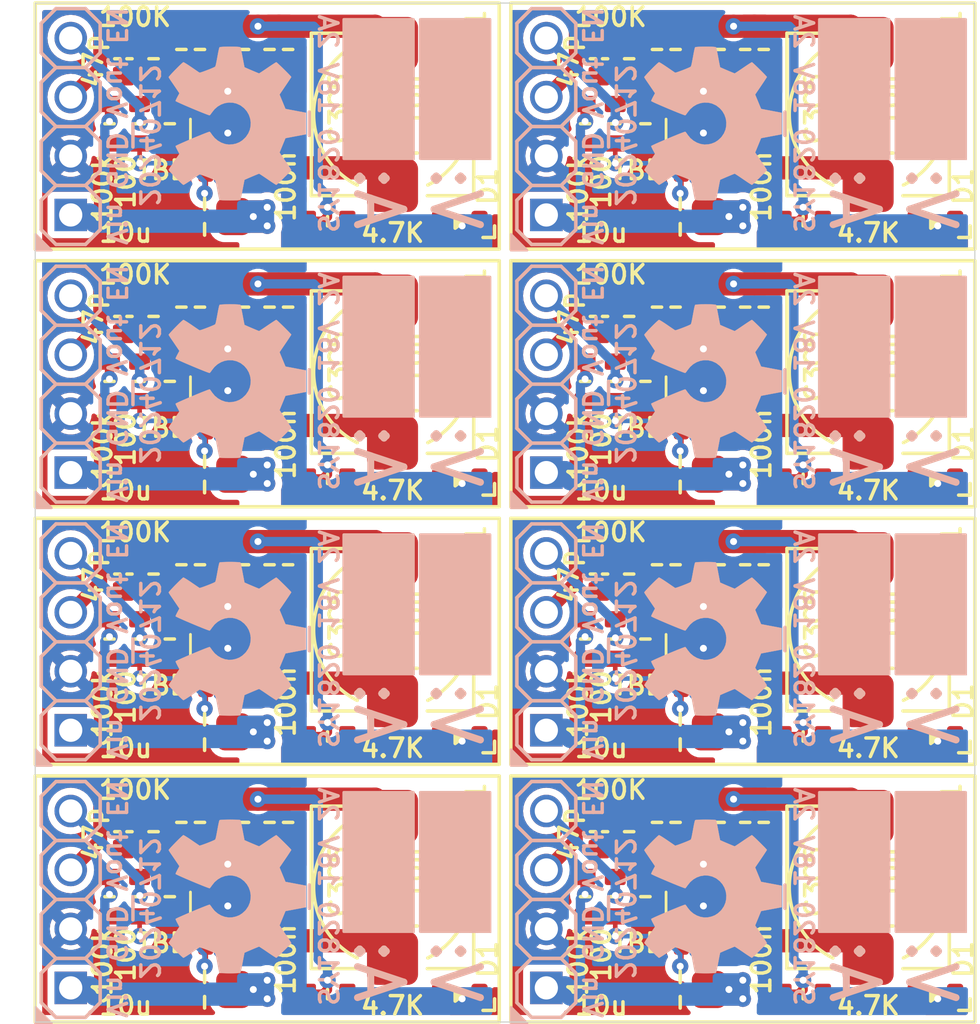
<source format=kicad_pcb>
(kicad_pcb (version 20221018) (generator pcbnew)
  (layers (0 "F.Cu" mixed) (31 "B.Cu" mixed) (34 "B.Paste" user) (35 "F.Paste" user) (36 "B.SilkS" user "B.Silkscreen") (37 "F.SilkS" user "F.Silkscreen") (38 "B.Mask" user) (39 "F.Mask" user) (44 "Edge.Cuts" user))
  (net 0 "")
  (net 1 "/GND")
  (net 2 "/Vin")
  (net 3 "/FB")
  (net 4 "/Vout")
  (net 5 "/Enable")
  (net 6 "Net-(U1-LX)")
  (net 7 "Net-(U1-BS)")
  (net 8 "Net-(D1-A)")
  (net 9 "Net-(U1-EN)")
  (footprint "SquantorCapacitor:C_1206_0805" (layer "F.Cu") (at 144.3 75.2 180)
    (fp_text reference "C1")
    (fp_text value "10u")
  )
  (footprint "SquantorCapacitor:C_0603" (layer "F.Cu") (at 147.8 71.1 90)
    (fp_text reference "C3")
    (fp_text value "100n")
  )
  (footprint "SquantorCapacitor:C_0603" (layer "F.Cu") (at 140.8 68.4 -90)
    (fp_text reference "C4")
    (fp_text value "47p")
  )
  (footprint "SquantorResistor:R_0603_hand" (layer "F.Cu") (at 141.5 71.2 90)
    (fp_text reference "R1")
    (fp_text value "100")
  )
  (footprint "SquantorResistor:R_0603_hand" (layer "F.Cu") (at 142.1 68.4 -90)
    (fp_text reference "R2")
    (fp_text value "100K")
  )
  (footprint "SquantorIC:SOT23-6-HAND" (layer "F.Cu") (at 145.3 71.9 -90)
    (fp_text reference "U1")
    (fp_text value "SY8120")
  )
  (footprint "SquantorInductor:L_SLF70XX_SLF60XX_hand" (layer "F.Cu") (at 152.4 70.8 -90)
    (fp_text reference "L1")
    (fp_text value "TBD")
  )
  (footprint "SquantorCapacitor:C_0805" (layer "F.Cu") (at 145.6 68 -90)
    (fp_text reference "C6")
    (fp_text value "10u")
  )
  (footprint "SquantorCapacitor:C_0805" (layer "F.Cu") (at 143.7 68 -90)
    (fp_text reference "C5")
    (fp_text value "10u")
  )
  (footprint "SquantorCapacitor:C_0805" (layer "F.Cu") (at 147.5 68 -90)
    (fp_text reference "C7")
    (fp_text value "10u")
  )
  (footprint "SquantorResistor:R_0603_hand" (layer "F.Cu") (at 142.8 71.2 -90)
    (fp_text reference "R3")
    (fp_text value "TBD")
  )
  (footprint "SquantorResistor:R_0603_hand" (layer "F.Cu") (at 140.2 71.2 90)
    (fp_text reference "R4")
    (fp_text value "100k")
  )
  (footprint "SquantorDiodes:LED_0603_hand" (layer "F.Cu") (at 155.3 75.4 180)
    (fp_text reference "D1")
    (fp_text value "LED")
  )
  (footprint "SquantorResistor:R_0603_hand" (layer "F.Cu") (at 149.6 75.4 180)
    (fp_text reference "R5")
    (fp_text value "4.7K")
  )
  (footprint "SquantorResistor:R_0603_hand" (layer "F.Cu") (at 149.6 97.6 180)
    (fp_text reference "R5")
    (fp_text value "4.7K")
  )
  (footprint "SquantorResistor:R_0603_hand" (layer "F.Cu") (at 170.1 75.4 180)
    (fp_text reference "R5")
    (fp_text value "4.7K")
  )
  (footprint "SquantorDiodes:LED_0603_hand" (layer "F.Cu") (at 175.8 86.5 180)
    (fp_text reference "D1")
    (fp_text value "LED")
  )
  (footprint "SquantorResistor:R_0603_hand" (layer "F.Cu") (at 140.2 93.4 90)
    (fp_text reference "R4")
    (fp_text value "100k")
  )
  (footprint "SquantorCapacitor:C_0603" (layer "F.Cu") (at 168.3 93.3 90)
    (fp_text reference "C3")
    (fp_text value "100n")
  )
  (footprint "SquantorResistor:R_0603_hand" (layer "F.Cu") (at 170.1 108.7 180)
    (fp_text reference "R5")
    (fp_text value "4.7K")
  )
  (footprint "SquantorResistor:R_0603_hand" (layer "F.Cu") (at 142.1 101.7 -90)
    (fp_text reference "R2")
    (fp_text value "100K")
  )
  (footprint "SquantorResistor:R_0603_hand" (layer "F.Cu") (at 160.7 104.5 90)
    (fp_text reference "R4")
    (fp_text value "100k")
  )
  (footprint "SquantorCapacitor:C_0603" (layer "F.Cu") (at 140.8 90.6 -90)
    (fp_text reference "C4")
    (fp_text value "47p")
  )
  (footprint "SquantorCapacitor:C_1206_0805" (layer "F.Cu") (at 144.3 108.5 180)
    (fp_text reference "C1")
    (fp_text value "10u")
  )
  (footprint "SquantorDiodes:LED_0603_hand" (layer "F.Cu") (at 155.3 86.5 180)
    (fp_text reference "D1")
    (fp_text value "LED")
  )
  (footprint "SquantorCapacitor:C_0805" (layer "F.Cu") (at 166.1 90.2 -90)
    (fp_text reference "C6")
    (fp_text value "10u")
  )
  (footprint "SquantorResistor:R_0603_hand" (layer "F.Cu") (at 170.1 86.5 180)
    (fp_text reference "R5")
    (fp_text value "4.7K")
  )
  (footprint "SquantorResistor:R_0603_hand" (layer "F.Cu") (at 162 71.2 90)
    (fp_text reference "R1")
    (fp_text value "100")
  )
  (footprint "SquantorResistor:R_0603_hand" (layer "F.Cu") (at 163.3 93.4 -90)
    (fp_text reference "R3")
    (fp_text value "TBD")
  )
  (footprint "SquantorResistor:R_0603_hand" (layer "F.Cu") (at 149.6 86.5 180)
    (fp_text reference "R5")
    (fp_text value "4.7K")
  )
  (footprint "SquantorDiodes:LED_0603_hand" (layer "F.Cu") (at 175.8 75.4 180)
    (fp_text reference "D1")
    (fp_text value "LED")
  )
  (footprint "SquantorResistor:R_0603_hand" (layer "F.Cu") (at 163.3 104.5 -90)
    (fp_text reference "R3")
    (fp_text value "TBD")
  )
  (footprint "SquantorCapacitor:C_0805" (layer "F.Cu") (at 143.7 79.1 -90)
    (fp_text reference "C5")
    (fp_text value "10u")
  )
  (footprint "SquantorIC:SOT23-6-HAND" (layer "F.Cu") (at 145.3 105.2 -90)
    (fp_text reference "U1")
    (fp_text value "SY8120")
  )
  (footprint "SquantorCapacitor:C_0603" (layer "F.Cu") (at 147.8 104.4 90)
    (fp_text reference "C3")
    (fp_text value "100n")
  )
  (footprint "SquantorIC:SOT23-6-HAND" (layer "F.Cu") (at 165.8 94.1 -90)
    (fp_text reference "U1")
    (fp_text value "SY8120")
  )
  (footprint "SquantorCapacitor:C_0603" (layer "F.Cu") (at 140.8 79.5 -90)
    (fp_text reference "C4")
    (fp_text value "47p")
  )
  (footprint "SquantorResistor:R_0603_hand" (layer "F.Cu") (at 163.3 82.3 -90)
    (fp_text reference "R3")
    (fp_text value "TBD")
  )
  (footprint "SquantorCapacitor:C_0603" (layer "F.Cu") (at 161.3 101.7 -90)
    (fp_text reference "C4")
    (fp_text value "47p")
  )
  (footprint "SquantorResistor:R_0603_hand" (layer "F.Cu") (at 142.1 79.5 -90)
    (fp_text reference "R2")
    (fp_text value "100K")
  )
  (footprint "SquantorResistor:R_0603_hand" (layer "F.Cu") (at 162 104.5 90)
    (fp_text reference "R1")
    (fp_text value "100")
  )
  (footprint "SquantorCapacitor:C_1206_0805" (layer "F.Cu") (at 144.3 97.4 180)
    (fp_text reference "C1")
    (fp_text value "10u")
  )
  (footprint "SquantorResistor:R_0603_hand" (layer "F.Cu") (at 162.6 101.7 -90)
    (fp_text reference "R2")
    (fp_text value "100K")
  )
  (footprint "SquantorCapacitor:C_1206_0805" (layer "F.Cu") (at 144.3 86.3 180)
    (fp_text reference "C1")
    (fp_text value "10u")
  )
  (footprint "SquantorCapacitor:C_0805" (layer "F.Cu") (at 166.1 79.1 -90)
    (fp_text reference "C6")
    (fp_text value "10u")
  )
  (footprint "SquantorCapacitor:C_0805" (layer "F.Cu") (at 164.2 101.3 -90)
    (fp_text reference "C5")
    (fp_text value "10u")
  )
  (footprint "SquantorCapacitor:C_0603" (layer "F.Cu") (at 161.3 90.6 -90)
    (fp_text reference "C4")
    (fp_text value "47p")
  )
  (footprint "SquantorCapacitor:C_0805" (layer "F.Cu") (at 147.5 90.2 -90)
    (fp_text reference "C7")
    (fp_text value "10u")
  )
  (footprint "SquantorCapacitor:C_0805" (layer "F.Cu") (at 145.6 90.2 -90)
    (fp_text reference "C6")
    (fp_text value "10u")
  )
  (footprint "SquantorCapacitor:C_0603" (layer "F.Cu") (at 168.3 71.1 90)
    (fp_text reference "C3")
    (fp_text value "100n")
  )
  (footprint "SquantorCapacitor:C_0603" (layer "F.Cu") (at 168.3 82.2 90)
    (fp_text reference "C3")
    (fp_text value "100n")
  )
  (footprint "SquantorIC:SOT23-6-HAND" (layer "F.Cu") (at 165.8 71.9 -90)
    (fp_text reference "U1")
    (fp_text value "SY8120")
  )
  (footprint "SquantorCapacitor:C_0805" (layer "F.Cu") (at 166.1 101.3 -90)
    (fp_text reference "C6")
    (fp_text value "10u")
  )
  (footprint "SquantorIC:SOT23-6-HAND" (layer "F.Cu") (at 165.8 105.2 -90)
    (fp_text reference "U1")
    (fp_text value "SY8120")
  )
  (footprint "SquantorResistor:R_0603_hand" (layer "F.Cu") (at 162 82.3 90)
    (fp_text reference "R1")
    (fp_text value "100")
  )
  (footprint "SquantorResistor:R_0603_hand" (layer "F.Cu") (at 142.8 82.3 -90)
    (fp_text reference "R3")
    (fp_text value "TBD")
  )
  (footprint "SquantorCapacitor:C_0603" (layer "F.Cu") (at 147.8 82.2 90)
    (fp_text reference "C3")
    (fp_text value "100n")
  )
  (footprint "SquantorIC:SOT23-6-HAND" (layer "F.Cu") (at 165.8 83 -90)
    (fp_text reference "U1")
    (fp_text value "SY8120")
  )
  (footprint "SquantorCapacitor:C_1206_0805" (layer "F.Cu") (at 164.8 86.3 180)
    (fp_text reference "C1")
    (fp_text value "10u")
  )
  (footprint "SquantorDiodes:LED_0603_hand" (layer "F.Cu") (at 175.8 97.6 180)
    (fp_text reference "D1")
    (fp_text value "LED")
  )
  (footprint "SquantorResistor:R_0603_hand" (layer "F.Cu") (at 160.7 82.3 90)
    (fp_text reference "R4")
    (fp_text value "100k")
  )
  (footprint "SquantorInductor:L_SLF70XX_SLF60XX_hand" (layer "F.Cu") (at 172.9 70.8 -90)
    (fp_text reference "L1")
    (fp_text value "TBD")
  )
  (footprint "SquantorCapacitor:C_1206_0805" (layer "F.Cu") (at 164.8 108.5 180)
    (fp_text reference "C1")
    (fp_text value "10u")
  )
  (footprint "SquantorResistor:R_0603_hand" (layer "F.Cu") (at 163.3 71.2 -90)
    (fp_text reference "R3")
    (fp_text value "TBD")
  )
  (footprint "SquantorCapacitor:C_1206_0805" (layer "F.Cu") (at 164.8 75.2 180)
    (fp_text reference "C1")
    (fp_text value "10u")
  )
  (footprint "SquantorResistor:R_0603_hand" (layer "F.Cu") (at 162.6 68.4 -90)
    (fp_text reference "R2")
    (fp_text value "100K")
  )
  (footprint "SquantorDiodes:LED_0603_hand" (layer "F.Cu") (at 175.8 108.7 180)
    (fp_text reference "D1")
    (fp_text value "LED")
  )
  (footprint "SquantorCapacitor:C_0805" (layer "F.Cu") (at 147.5 101.3 -90)
    (fp_text reference "C7")
    (fp_text value "10u")
  )
  (footprint "SquantorCapacitor:C_0805" (layer "F.Cu") (at 168 101.3 -90)
    (fp_text reference "C7")
    (fp_text value "10u")
  )
  (footprint "SquantorCapacitor:C_0805" (layer "F.Cu") (at 166.1 68 -90)
    (fp_text reference "C6")
    (fp_text value "10u")
  )
  (footprint "SquantorCapacitor:C_0805" (layer "F.Cu") (at 143.7 101.3 -90)
    (fp_text reference "C5")
    (fp_text value "10u")
  )
  (footprint "SquantorCapacitor:C_0805" (layer "F.Cu") (at 164.2 90.2 -90)
    (fp_text reference "C5")
    (fp_text value "10u")
  )
  (footprint "SquantorCapacitor:C_0805" (layer "F.Cu") (at 145.6 101.3 -90)
    (fp_text reference "C6")
    (fp_text value "10u")
  )
  (footprint "SquantorCapacitor:C_1206_0805" (layer "F.Cu") (at 164.8 97.4 180)
    (fp_text reference "C1")
    (fp_text value "10u")
  )
  (footprint "SquantorInductor:L_SLF70XX_SLF60XX_hand" (layer "F.Cu") (at 172.9 104.1 -90)
    (fp_text reference "L1")
    (fp_text value "TBD")
  )
  (footprint "SquantorDiodes:LED_0603_hand" (layer "F.Cu") (at 155.3 108.7 180)
    (fp_text reference "D1")
    (fp_text value "LED")
  )
  (footprint "SquantorIC:SOT23-6-HAND" (layer "F.Cu") (at 145.3 83 -90)
    (fp_text reference "U1")
    (fp_text value "SY8120")
  )
  (footprint "SquantorInductor:L_SLF70XX_SLF60XX_hand" (layer "F.Cu") (at 152.4 93 -90)
    (fp_text reference "L1")
    (fp_text value "TBD")
  )
  (footprint "SquantorCapacitor:C_0805" (layer "F.Cu") (at 164.2 79.1 -90)
    (fp_text reference "C5")
    (fp_text value "10u")
  )
  (footprint "SquantorResistor:R_0603_hand" (layer "F.Cu") (at 141.5 82.3 90)
    (fp_text reference "R1")
    (fp_text value "100")
  )
  (footprint "SquantorCapacitor:C_0603" (layer "F.Cu") (at 140.8 101.7 -90)
    (fp_text reference "C4")
    (fp_text value "47p")
  )
  (footprint "SquantorResistor:R_0603_hand" (layer "F.Cu") (at 142.8 104.5 -90)
    (fp_text reference "R3")
    (fp_text value "TBD")
  )
  (footprint "SquantorCapacitor:C_0603" (layer "F.Cu") (at 161.3 68.4 -90)
    (fp_text reference "C4")
    (fp_text value "47p")
  )
  (footprint "SquantorCapacitor:C_0805" (layer "F.Cu") (at 164.2 68 -90)
    (fp_text reference "C5")
    (fp_text value "10u")
  )
  (footprint "SquantorCapacitor:C_0805" (layer "F.Cu") (at 168 68 -90)
    (fp_text reference "C7")
    (fp_text value "10u")
  )
  (footprint "SquantorInductor:L_SLF70XX_SLF60XX_hand" (layer "F.Cu") (at 172.9 93 -90)
    (fp_text reference "L1")
    (fp_text value "TBD")
  )
  (footprint "SquantorCapacitor:C_0805" (layer "F.Cu") (at 143.7 90.2 -90)
    (fp_text reference "C5")
    (fp_text value "10u")
  )
  (footprint "SquantorIC:SOT23-6-HAND" (layer "F.Cu") (at 145.3 94.1 -90)
    (fp_text reference "U1")
    (fp_text value "SY8120")
  )
  (footprint "SquantorResistor:R_0603_hand" (layer "F.Cu") (at 140.2 82.3 90)
    (fp_text reference "R4")
    (fp_text value "100k")
  )
  (footprint "SquantorResistor:R_0603_hand" (layer "F.Cu") (at 141.5 93.4 90)
    (fp_text reference "R1")
    (fp_text value "100")
  )
  (footprint "SquantorResistor:R_0603_hand" (layer "F.Cu") (at 149.6 108.7 180)
    (fp_text reference "R5")
    (fp_text value "4.7K")
  )
  (footprint "SquantorResistor:R_0603_hand" (layer "F.Cu") (at 160.7 93.4 90)
    (fp_text reference "R4")
    (fp_text value "100k")
  )
  (footprint "SquantorInductor:L_SLF70XX_SLF60XX_hand" (layer "F.Cu") (at 172.9 81.9 -90)
    (fp_text reference "L1")
    (fp_text value "TBD")
  )
  (footprint "SquantorDiodes:LED_0603_hand" (layer "F.Cu") (at 155.3 97.6 180)
    (fp_text reference "D1")
    (fp_text value "LED")
  )
  (footprint "SquantorCapacitor:C_0805" (layer "F.Cu") (at 145.6 79.1 -90)
    (fp_text reference "C6")
    (fp_text value "10u")
  )
  (footprint "SquantorCapacitor:C_0805" (layer "F.Cu") (at 168 90.2 -90)
    (fp_text reference "C7")
    (fp_text value "10u")
  )
  (footprint "SquantorResistor:R_0603_hand" (layer "F.Cu") (at 141.5 104.5 90)
    (fp_text reference "R1")
    (fp_text value "100")
  )
  (footprint "SquantorCapacitor:C_0603" (layer "F.Cu") (at 147.8 93.3 90)
    (fp_text reference "C3")
    (fp_text value "100n")
  )
  (footprint "SquantorResistor:R_0603_hand" (layer "F.Cu") (at 170.1 97.6 180)
    (fp_text reference "R5")
    (fp_text value "4.7K")
  )
  (footprint "SquantorResistor:R_0603_hand" (layer "F.Cu") (at 142.1 90.6 -90)
    (fp_text reference "R2")
    (fp_text value "100K")
  )
  (footprint "SquantorResistor:R_0603_hand" (layer "F.Cu") (at 142.8 93.4 -90)
    (fp_text reference "R3")
    (fp_text value "TBD")
  )
  (footprint "SquantorInductor:L_SLF70XX_SLF60XX_hand" (layer "F.Cu") (at 152.4 81.9 -90)
    (fp_text reference "L1")
    (fp_text value "TBD")
  )
  (footprint "SquantorResistor:R_0603_hand" (layer "F.Cu") (at 140.2 104.5 90)
    (fp_text reference "R4")
    (fp_text value "100k")
  )
  (footprint "SquantorResistor:R_0603_hand" (layer "F.Cu") (at 162.6 79.5 -90)
    (fp_text reference "R2")
    (fp_text value "100K")
  )
  (footprint "SquantorResistor:R_0603_hand" (layer "F.Cu") (at 160.7 71.2 90)
    (fp_text reference "R4")
    (fp_text value "100k")
  )
  (footprint "SquantorResistor:R_0603_hand" (layer "F.Cu") (at 162.6 90.6 -90)
    (fp_text reference "R2")
    (fp_text value "100K")
  )
  (footprint "SquantorInductor:L_SLF70XX_SLF60XX_hand" (layer "F.Cu") (at 152.4 104.1 -90)
    (fp_text reference "L1")
    (fp_text value "TBD")
  )
  (footprint "SquantorCapacitor:C_0603" (layer "F.Cu") (at 168.3 104.4 90)
    (fp_text reference "C3")
    (fp_text value "100n")
  )
  (footprint "SquantorCapacitor:C_0805" (layer "F.Cu") (at 168 79.1 -90)
    (fp_text reference "C7")
    (fp_text value "10u")
  )
  (footprint "SquantorCapacitor:C_0805" (layer "F.Cu") (at 147.5 79.1 -90)
    (fp_text reference "C7")
    (fp_text value "10u")
  )
  (footprint "SquantorResistor:R_0603_hand" (layer "F.Cu") (at 162 93.4 90)
    (fp_text reference "R1")
    (fp_text value "100")
  )
  (footprint "SquantorCapacitor:C_0603" (layer "F.Cu") (at 161.3 79.5 -90)
    (fp_text reference "C4")
    (fp_text value "47p")
  )
  (footprint "SquantorLabels:Label_Generic" (layer "B.Cu") (at 141.8125 71.7 90)
    (fp_text reference "N1" hide)
    (fp_text value "20240712")
  )
  (footprint "Symbol:OSHW-Symbol_6.7x6mm_SilkScreen" (layer "B.Cu") (at 145.7 71.2 90)
    (fp_text reference "N2" hide)
    (fp_text value "OHWLOGO" hide)
  )
  (footprint "SquantorConnectors:Header-0254-1X04-H010" (layer "B.Cu") (at 138.53 71.32 90)
    (fp_text reference "J1" hide)
    (fp_text value "Conn_01x04")
  )
  (footprint "SquantorLabels:Label_Note_medium" (layer "B.Cu") (at 155.1 72.705 90)
    (fp_text reference "N3" hide)
    (fp_text value "V:")
  )
  (footprint "SquantorLabels:Label_Note_medium" (layer "B.Cu") (at 151.8 72.705 90)
    (fp_text reference "N4" hide)
    (fp_text value "A:")
  )
  (footprint "SquantorLabels:Label_Note_medium" (layer "B.Cu") (at 175.6 106.005 90)
    (fp_text reference "N3" hide)
    (fp_text value "V:")
  )
  (footprint "SquantorLabels:Label_Generic" (layer "B.Cu") (at 141.8125 93.9 90)
    (fp_text reference "N1" hide)
    (fp_text value "20240712")
  )
  (footprint "SquantorLabels:Label_Note_medium" (layer "B.Cu") (at 155.1 83.805 90)
    (fp_text reference "N3" hide)
    (fp_text value "V:")
  )
  (footprint "SquantorLabels:Label_Note_medium" (layer "B.Cu") (at 151.8 83.805 90)
    (fp_text reference "N4" hide)
    (fp_text value "A:")
  )
  (footprint "SquantorLabels:Label_Generic" (layer "B.Cu") (at 149.4125 104.5 90)
    (fp_text reference "N5" hide)
    (fp_text value "SY1820 18V 2A")
  )
  (footprint "Symbol:OSHW-Symbol_6.7x6mm_SilkScreen" (layer "B.Cu") (at 145.7 93.4 90)
    (fp_text reference "N2" hide)
    (fp_text value "OHWLOGO" hide)
  )
  (footprint "Symbol:OSHW-Symbol_6.7x6mm_SilkScreen" (layer "B.Cu") (at 166.2 93.4 90)
    (fp_text reference "N2" hide)
    (fp_text value "OHWLOGO" hide)
  )
  (footprint "SquantorLabels:Label_Generic" (layer "B.Cu") (at 169.9125 71.2 90)
    (fp_text reference "N5" hide)
    (fp_text value "SY1820 18V 2A")
  )
  (footprint "SquantorLabels:Label_Generic" (layer "B.Cu") (at 149.4125 93.4 90)
    (fp_text reference "N5" hide)
    (fp_text value "SY1820 18V 2A")
  )
  (footprint "SquantorLabels:Label_Note_medium" (layer "B.Cu") (at 175.6 72.705 90)
    (fp_text reference "N3" hide)
    (fp_text value "V:")
  )
  (footprint "SquantorLabels:Label_Generic" (layer "B.Cu") (at 162.3125 93.9 90)
    (fp_text reference "N1" hide)
    (fp_text value "20240712")
  )
  (footprint "SquantorLabels:Label_Note_medium" (layer "B.Cu") (at 172.3 106.005 90)
    (fp_text reference "N4" hide)
    (fp_text value "A:")
  )
  (footprint "SquantorLabels:Label_Generic" (layer "B.Cu") (at 169.9125 82.3 90)
    (fp_text reference "N5" hide)
    (fp_text value "SY1820 18V 2A")
  )
  (footprint "SquantorLabels:Label_Generic" (layer "B.Cu") (at 149.4125 71.2 90)
    (fp_text reference "N5" hide)
    (fp_text value "SY1820 18V 2A")
  )
  (footprint "SquantorLabels:Label_Note_medium" (layer "B.Cu") (at 172.3 72.705 90)
    (fp_text reference "N4" hide)
    (fp_text value "A:")
  )
  (footprint "SquantorConnectors:Header-0254-1X04-H010" (layer "B.Cu") (at 159.03 104.62 90)
    (fp_text reference "J1" hide)
    (fp_text value "Conn_01x04")
  )
  (footprint "SquantorLabels:Label_Generic" (layer "B.Cu") (at 162.3125 105 90)
    (fp_text reference "N1" hide)
    (fp_text value "20240712")
  )
  (footprint "SquantorLabels:Label_Generic" (layer "B.Cu") (at 169.9125 93.4 90)
    (fp_text reference "N5" hide)
    (fp_text value "SY1820 18V 2A")
  )
  (footprint "SquantorLabels:Label_Note_medium" (layer "B.Cu") (at 155.1 94.905 90)
    (fp_text reference "N3" hide)
    (fp_text value "V:")
  )
  (footprint "SquantorConnectors:Header-0254-1X04-H010" (layer "B.Cu") (at 138.53 93.52 90)
    (fp_text reference "J1" hide)
    (fp_text value "Conn_01x04")
  )
  (footprint "SquantorLabels:Label_Note_medium" (layer "B.Cu") (at 155.1 106.005 90)
    (fp_text reference "N3" hide)
    (fp_text value "V:")
  )
  (footprint "SquantorLabels:Label_Generic" (layer "B.Cu") (at 169.9125 104.5 90)
    (fp_text reference "N5" hide)
    (fp_text value "SY1820 18V 2A")
  )
  (footprint "SquantorConnectors:Header-0254-1X04-H010" (layer "B.Cu") (at 138.53 82.42 90)
    (fp_text reference "J1" hide)
    (fp_text value "Conn_01x04")
  )
  (footprint "SquantorLabels:Label_Generic" (layer "B.Cu") (at 162.3125 82.8 90)
    (fp_text reference "N1" hide)
    (fp_text value "20240712")
  )
  (footprint "SquantorLabels:Label_Note_medium" (layer "B.Cu") (at 175.6 83.805 90)
    (fp_text reference "N3" hide)
    (fp_text value "V:")
  )
  (footprint "Symbol:OSHW-Symbol_6.7x6mm_SilkScreen" (layer "B.Cu") (at 145.7 104.5 90)
    (fp_text reference "N2" hide)
    (fp_text value "OHWLOGO" hide)
  )
  (footprint "SquantorConnectors:Header-0254-1X04-H010" (layer "B.Cu") (at 159.03 93.52 90)
    (fp_text reference "J1" hide)
    (fp_text value "Conn_01x04")
  )
  (footprint "Symbol:OSHW-Symbol_6.7x6mm_SilkScreen" (layer "B.Cu") (at 166.2 82.3 90)
    (fp_text reference "N2" hide)
    (fp_text value "OHWLOGO" hide)
  )
  (footprint "SquantorLabels:Label_Generic" (layer "B.Cu") (at 149.4125 82.3 90)
    (fp_text reference "N5" hide)
    (fp_text value "SY1820 18V 2A")
  )
  (footprint "SquantorLabels:Label_Note_medium" (layer "B.Cu") (at 151.8 94.905 90)
    (fp_text reference "N4" hide)
    (fp_text value "A:")
  )
  (footprint "SquantorConnectors:Header-0254-1X04-H010" (layer "B.Cu") (at 138.53 104.62 90)
    (fp_text reference "J1" hide)
    (fp_text value "Conn_01x04")
  )
  (footprint "Symbol:OSHW-Symbol_6.7x6mm_SilkScreen" (layer "B.Cu") (at 145.7 82.3 90)
    (fp_text reference "N2" hide)
    (fp_text value "OHWLOGO" hide)
  )
  (footprint "SquantorConnectors:Header-0254-1X04-H010" (layer "B.Cu") (at 159.03 82.42 90)
    (fp_text reference "J1" hide)
    (fp_text value "Conn_01x04")
  )
  (footprint "SquantorLabels:Label_Note_medium" (layer "B.Cu") (at 172.3 94.905 90)
    (fp_text reference "N4" hide)
    (fp_text value "A:")
  )
  (footprint "SquantorConnectors:Header-0254-1X04-H010" (layer "B.Cu") (at 159.03 71.32 90)
    (fp_text reference "J1" hide)
    (fp_text value "Conn_01x04")
  )
  (footprint "SquantorLabels:Label_Generic" (layer "B.Cu") (at 141.8125 82.8 90)
    (fp_text reference "N1" hide)
    (fp_text value "20240712")
  )
  (footprint "SquantorLabels:Label_Note_medium" (layer "B.Cu") (at 175.6 94.905 90)
    (fp_text reference "N3" hide)
    (fp_text value "V:")
  )
  (footprint "SquantorLabels:Label_Note_medium" (layer "B.Cu") (at 151.8 106.005 90)
    (fp_text reference "N4" hide)
    (fp_text value "A:")
  )
  (footprint "SquantorLabels:Label_Generic" (layer "B.Cu") (at 162.3125 71.7 90)
    (fp_text reference "N1" hide)
    (fp_text value "20240712")
  )
  (footprint "SquantorLabels:Label_Note_medium" (layer "B.Cu") (at 172.3 83.805 90)
    (fp_text reference "N4" hide)
    (fp_text value "A:")
  )
  (footprint "Symbol:OSHW-Symbol_6.7x6mm_SilkScreen" (layer "B.Cu") (at 166.2 71.2 90)
    (fp_text reference "N2" hide)
    (fp_text value "OHWLOGO" hide)
  )
  (footprint "SquantorLabels:Label_Generic" (layer "B.Cu") (at 141.8125 105 90)
    (fp_text reference "N1" hide)
    (fp_text value "20240712")
  )
  (footprint "Symbol:OSHW-Symbol_6.7x6mm_SilkScreen" (layer "B.Cu") (at 166.2 104.5 90)
    (fp_text reference "N2" hide)
    (fp_text value "OHWLOGO" hide)
  )
  (gr_line (start 177.5 76.6) (end 157.5 76.6) (stroke (width 0.15)) (layer "F.SilkS"))
  (gr_line (start 157 87.7) (end 137 87.7) (stroke (width 0.15)) (layer "F.SilkS"))
  (gr_line (start 157 76.6) (end 137 76.6) (stroke (width 0.15)) (layer "F.SilkS"))
  (gr_line (start 177.5 66) (end 177.5 76.6) (stroke (width 0.15)) (layer "F.SilkS"))
  (gr_line (start 157 98.8) (end 137 98.8) (stroke (width 0.15)) (layer "F.SilkS"))
  (gr_line (start 137 99.3) (end 157 99.3) (stroke (width 0.15)) (layer "F.SilkS"))
  (gr_line (start 157 77.1) (end 157 87.7) (stroke (width 0.15)) (layer "F.SilkS"))
  (gr_line (start 157.5 109.9) (end 157.5 99.3) (stroke (width 0.15)) (layer "F.SilkS"))
  (gr_line (start 177.5 109.9) (end 157.5 109.9) (stroke (width 0.15)) (layer "F.SilkS"))
  (gr_line (start 137 87.7) (end 137 77.1) (stroke (width 0.15)) (layer "F.SilkS"))
  (gr_line (start 157 109.9) (end 137 109.9) (stroke (width 0.15)) (layer "F.SilkS"))
  (gr_line (start 137 76.6) (end 137 66) (stroke (width 0.15)) (layer "F.SilkS"))
  (gr_line (start 157.5 98.8) (end 157.5 88.2) (stroke (width 0.15)) (layer "F.SilkS"))
  (gr_line (start 137 66) (end 157 66) (stroke (width 0.15)) (layer "F.SilkS"))
  (gr_line (start 177.5 77.1) (end 177.5 87.7) (stroke (width 0.15)) (layer "F.SilkS"))
  (gr_line (start 177.5 88.2) (end 177.5 98.8) (stroke (width 0.15)) (layer "F.SilkS"))
  (gr_line (start 157 66) (end 157 76.6) (stroke (width 0.15)) (layer "F.SilkS"))
  (gr_line (start 157.5 66) (end 177.5 66) (stroke (width 0.15)) (layer "F.SilkS"))
  (gr_line (start 177.5 87.7) (end 157.5 87.7) (stroke (width 0.15)) (layer "F.SilkS"))
  (gr_line (start 157.5 87.7) (end 157.5 77.1) (stroke (width 0.15)) (layer "F.SilkS"))
  (gr_line (start 157.5 99.3) (end 177.5 99.3) (stroke (width 0.15)) (layer "F.SilkS"))
  (gr_line (start 177.5 99.3) (end 177.5 109.9) (stroke (width 0.15)) (layer "F.SilkS"))
  (gr_line (start 157 88.2) (end 157 98.8) (stroke (width 0.15)) (layer "F.SilkS"))
  (gr_line (start 157.5 88.2) (end 177.5 88.2) (stroke (width 0.15)) (layer "F.SilkS"))
  (gr_line (start 137 109.9) (end 137 99.3) (stroke (width 0.15)) (layer "F.SilkS"))
  (gr_line (start 137 77.1) (end 157 77.1) (stroke (width 0.15)) (layer "F.SilkS"))
  (gr_line (start 137 98.8) (end 137 88.2) (stroke (width 0.15)) (layer "F.SilkS"))
  (gr_line (start 157.5 76.6) (end 157.5 66) (stroke (width 0.15)) (layer "F.SilkS"))
  (gr_line (start 137 88.2) (end 157 88.2) (stroke (width 0.15)) (layer "F.SilkS"))
  (gr_line (start 177.5 98.8) (end 157.5 98.8) (stroke (width 0.15)) (layer "F.SilkS"))
  (gr_line (start 157 99.3) (end 157 109.9) (stroke (width 0.15)) (layer "F.SilkS"))
  (gr_line (start 157.5 77.1) (end 177.5 77.1) (stroke (width 0.15)) (layer "F.SilkS"))
  (gr_line (start 137 66) (end 177.5 66) (stroke (width 0.05)) (layer "Edge.Cuts"))
  (gr_line (start 177.5 109.9) (end 137 109.9) (stroke (width 0.05)) (layer "Edge.Cuts"))
  (gr_line (start 177.5 66) (end 177.5 109.9) (stroke (width 0.05)) (layer "Edge.Cuts"))
  (gr_line (start 137 109.9) (end 137 66) (stroke (width 0.05)) (layer "Edge.Cuts"))
  (gr_text "Vin GND Vout EN" (at 140.5 104.6 270) (layer "B.SilkS") (effects (font (size 0.8 0.8) (thickness 0.15) bold) (justify mirror)))
  (gr_text "Vin GND Vout EN" (at 161 71.3 270) (layer "B.SilkS") (effects (font (size 0.8 0.8) (thickness 0.15) bold) (justify mirror)))
  (gr_text "Vin GND Vout EN" (at 140.5 71.3 270) (layer "B.SilkS") (effects (font (size 0.8 0.8) (thickness 0.15) bold) (justify mirror)))
  (gr_text "Vin GND Vout EN" (at 140.5 93.5 270) (layer "B.SilkS") (effects (font (size 0.8 0.8) (thickness 0.15) bold) (justify mirror)))
  (gr_text "Vin GND Vout EN" (at 140.5 82.4 270) (layer "B.SilkS") (effects (font (size 0.8 0.8) (thickness 0.15) bold) (justify mirror)))
  (gr_text "Vin GND Vout EN" (at 161 93.5 270) (layer "B.SilkS") (effects (font (size 0.8 0.8) (thickness 0.15) bold) (justify mirror)))
  (gr_text "Vin GND Vout EN" (at 161 82.4 270) (layer "B.SilkS") (effects (font (size 0.8 0.8) (thickness 0.15) bold) (justify mirror)))
  (gr_text "Vin GND Vout EN" (at 161 104.6 270) (layer "B.SilkS") (effects (font (size 0.8 0.8) (thickness 0.15) bold) (justify mirror)))
  (segment (start 145.6 69.7) (end 145.6 69) (width 0.6) (layer "F.Cu") (net 1))
  (segment (start 145.6 80.1) (end 147.5 80.1) (width 1) (layer "F.Cu") (net 1))
  (segment (start 164.2 102.3) (end 166.1 102.3) (width 1) (layer "F.Cu") (net 1))
  (segment (start 166.1 103) (end 166.1 102.3) (width 0.6) (layer "F.Cu") (net 1))
  (segment (start 166.1 102.3) (end 168 102.3) (width 1) (layer "F.Cu") (net 1))
  (segment (start 145.3 81.1) (end 145.6 80.8) (width 0.6) (layer "F.Cu") (net 1))
  (segment (start 166.1 80.1) (end 168 80.1) (width 1) (layer "F.Cu") (net 1))
  (segment (start 165.8 81.8) (end 165.8 81.1) (width 0.6) (layer "F.Cu") (net 1))
  (segment (start 145.3 92.9) (end 145.3 92.2) (width 0.6) (layer "F.Cu") (net 1))
  (segment (start 166.1 69) (end 168 69) (width 1) (layer "F.Cu") (net 1))
  (segment (start 145.6 102.3) (end 147.5 102.3) (width 1) (layer "F.Cu") (net 1))
  (segment (start 164.2 80.1) (end 166.1 80.1) (width 1) (layer "F.Cu") (net 1))
  (segment (start 143.7 80.1) (end 145.6 80.1) (width 1) (layer "F.Cu") (net 1))
  (segment (start 145.3 70.7) (end 145.3 70) (width 0.6) (layer "F.Cu") (net 1))
  (segment (start 165.8 103.3) (end 166.1 103) (width 0.6) (layer "F.Cu") (net 1))
  (segment (start 145.6 69) (end 147.5 69) (width 1) (layer "F.Cu") (net 1))
  (segment (start 165.8 92.9) (end 165.8 92.2) (width 0.6) (layer "F.Cu") (net 1))
  (segment (start 145.6 80.8) (end 145.6 80.1) (width 0.6) (layer "F.Cu") (net 1))
  (segment (start 143.7 102.3) (end 145.6 102.3) (width 1) (layer "F.Cu") (net 1))
  (segment (start 166.1 91.9) (end 166.1 91.2) (width 0.6) (layer "F.Cu") (net 1))
  (segment (start 164.2 69) (end 166.1 69) (width 1) (layer "F.Cu") (net 1))
  (segment (start 165.8 104) (end 165.8 103.3) (width 0.6) (layer "F.Cu") (net 1))
  (segment (start 166.1 91.2) (end 168 91.2) (width 1) (layer "F.Cu") (net 1))
  (segment (start 145.3 70) (end 145.6 69.7) (width 0.6) (layer "F.Cu") (net 1))
  (segment (start 165.8 70) (end 166.1 69.7) (width 0.6) (layer "F.Cu") (net 1))
  (segment (start 165.8 70.7) (end 165.8 70) (width 0.6) (layer "F.Cu") (net 1))
  (segment (start 145.3 81.8) (end 145.3 81.1) (width 0.6) (layer "F.Cu") (net 1))
  (segment (start 166.1 80.8) (end 166.1 80.1) (width 0.6) (layer "F.Cu") (net 1))
  (segment (start 145.6 103) (end 145.6 102.3) (width 0.6) (layer "F.Cu") (net 1))
  (segment (start 166.1 69.7) (end 166.1 69) (width 0.6) (layer "F.Cu") (net 1))
  (segment (start 164.2 91.2) (end 166.1 91.2) (width 1) (layer "F.Cu") (net 1))
  (segment (start 143.7 69) (end 145.6 69) (width 1) (layer "F.Cu") (net 1))
  (segment (start 145.3 92.2) (end 145.6 91.9) (width 0.6) (layer "F.Cu") (net 1))
  (segment (start 145.6 91.9) (end 145.6 91.2) (width 0.6) (layer "F.Cu") (net 1))
  (segment (start 145.6 91.2) (end 147.5 91.2) (width 1) (layer "F.Cu") (net 1))
  (segment (start 145.3 103.3) (end 145.6 103) (width 0.6) (layer "F.Cu") (net 1))
  (segment (start 165.8 92.2) (end 166.1 91.9) (width 0.6) (layer "F.Cu") (net 1))
  (segment (start 145.3 104) (end 145.3 103.3) (width 0.6) (layer "F.Cu") (net 1))
  (segment (start 165.8 81.1) (end 166.1 80.8) (width 0.6) (layer "F.Cu") (net 1))
  (segment (start 143.7 91.2) (end 145.6 91.2) (width 1) (layer "F.Cu") (net 1))
  (via (at 155.4 75.6) (size 0.7) (drill 0.3) (layers "F.Cu" "B.Cu") (net 1))
  (via (at 145.3 92) (size 0.7) (drill 0.3) (layers "F.Cu" "B.Cu") (net 1))
  (via (at 155.4 86.7) (size 0.7) (drill 0.3) (layers "F.Cu" "B.Cu") (net 1))
  (via (at 165.8 93.8) (size 0.7) (drill 0.3) (layers "F.Cu" "B.Cu") (net 1))
  (via (at 165.8 82.7) (size 0.7) (drill 0.3) (layers "F.Cu" "B.Cu") (net 1))
  (via (at 145.3 93.8) (size 0.7) (drill 0.3) (layers "F.Cu" "B.Cu") (net 1))
  (via (at 165.8 92) (size 0.7) (drill 0.3) (layers "F.Cu" "B.Cu") (net 1))
  (via (at 165.8 103.1) (size 0.7) (drill 0.3) (layers "F.Cu" "B.Cu") (net 1))
  (via (at 175.9 86.7) (size 0.7) (drill 0.3) (layers "F.Cu" "B.Cu") (net 1))
  (via (at 165.8 80.9) (size 0.7) (drill 0.3) (layers "F.Cu" "B.Cu") (net 1))
  (via (at 175.9 75.6) (size 0.7) (drill 0.3) (layers "F.Cu" "B.Cu") (net 1))
  (via (at 145.3 80.9) (size 0.7) (drill 0.3) (layers "F.Cu" "B.Cu") (net 1))
  (via (at 155.4 97.8) (size 0.7) (drill 0.3) (layers "F.Cu" "B.Cu") (net 1))
  (via (at 145.3 82.7) (size 0.7) (drill 0.3) (layers "F.Cu" "B.Cu") (net 1))
  (via (at 165.8 71.6) (size 0.7) (drill 0.3) (layers "F.Cu" "B.Cu") (net 1))
  (via (at 145.3 104.9) (size 0.7) (drill 0.3) (layers "F.Cu" "B.Cu") (net 1))
  (via (at 165.8 69.8) (size 0.7) (drill 0.3) (layers "F.Cu" "B.Cu") (net 1))
  (via (at 145.3 69.8) (size 0.7) (drill 0.3) (layers "F.Cu" "B.Cu") (net 1))
  (via (at 175.9 97.8) (size 0.7) (drill 0.3) (layers "F.Cu" "B.Cu") (net 1))
  (via (at 175.9 108.9) (size 0.7) (drill 0.3) (layers "F.Cu" "B.Cu") (net 1))
  (via (at 155.4 108.9) (size 0.7) (drill 0.3) (layers "F.Cu" "B.Cu") (net 1))
  (via (at 145.3 103.1) (size 0.7) (drill 0.3) (layers "F.Cu" "B.Cu") (net 1))
  (via (at 145.3 71.6) (size 0.7) (drill 0.3) (layers "F.Cu" "B.Cu") (net 1))
  (via (at 165.8 104.9) (size 0.7) (drill 0.3) (layers "F.Cu" "B.Cu") (net 1))
  (segment (start 165.8 97.336) (end 165.75 97.386) (width 0.6) (layer "F.Cu") (net 2))
  (segment (start 165.8 86.05) (end 166.05 86.3) (width 0.6) (layer "F.Cu") (net 2))
  (segment (start 140.2 104.35) (end 140.2 104.4) (width 0.4) (layer "F.Cu") (net 2))
  (segment (start 160.7 93.25) (end 160.7 93.3) (width 0.4) (layer "F.Cu") (net 2))
  (segment (start 140.25 104.4) (end 140.2 104.35) (width 0.4) (layer "F.Cu") (net 2))
  (segment (start 160.7 82.15) (end 160.7 81.45) (width 0.4) (layer "F.Cu") (net 2))
  (segment (start 140.207996 82.157996) (end 140.2 82.15) (width 0.4) (layer "F.Cu") (net 2))
  (segment (start 160.7 82.2) (end 160.75 82.2) (width 0.4) (layer "F.Cu") (net 2))
  (segment (start 145.3 74.95) (end 145.55 75.2) (width 0.6) (layer "F.Cu") (net 2))
  (segment (start 145.3 108.436) (end 145.25 108.486) (width 0.6) (layer "F.Cu") (net 2))
  (segment (start 160.75 104.4) (end 160.7 104.35) (width 0.4) (layer "F.Cu") (net 2))
  (segment (start 140.2 82.2) (end 140.25 82.2) (width 0.4) (layer "F.Cu") (net 2))
  (segment (start 140.2 71.1) (end 140.25 71.1) (width 0.4) (layer "F.Cu") (net 2))
  (segment (start 140.2 104.35) (end 140.2 103.65) (width 0.4) (layer "F.Cu") (net 2))
  (segment (start 145.3 97.336) (end 145.25 97.386) (width 0.6) (layer "F.Cu") (net 2))
  (segment (start 160.707996 104.357996) (end 160.7 104.35) (width 0.4) (layer "F.Cu") (net 2))
  (segment (start 140.2 71.05) (end 140.2 71.1) (width 0.4) (layer "F.Cu") (net 2))
  (segment (start 140.2 71.05) (end 140.2 70.35) (width 0.4) (layer "F.Cu") (net 2))
  (segment (start 140.207996 93.257996) (end 140.2 93.25) (width 0.4) (layer "F.Cu") (net 2))
  (segment (start 165.8 108.436) (end 165.75 108.486) (width 0.6) (layer "F.Cu") (net 2))
  (segment (start 140.2 93.25) (end 140.2 93.3) (width 0.4) (layer "F.Cu") (net 2))
  (segment (start 145.3 106.4) (end 145.3 108.25) (width 0.6) (layer "F.Cu") (net 2))
  (segment (start 145.3 84.2) (end 145.3 86.05) (width 0.6) (layer "F.Cu") (net 2))
  (segment (start 145.3 108.25) (end 145.55 108.5) (width 0.6) (layer "F.Cu") (net 2))
  (segment (start 165.8 84.2) (end 165.8 86.05) (width 0.6) (layer "F.Cu") (net 2))
  (segment (start 165.8 73.1) (end 165.8 74.95) (width 0.6) (layer "F.Cu") (net 2))
  (segment (start 160.7 93.3) (end 160.75 93.3) (width 0.4) (layer "F.Cu") (net 2))
  (segment (start 140.207996 71.057996) (end 140.2 71.05) (width 0.4) (layer "F.Cu") (net 2))
  (segment (start 165.8 95.3) (end 165.8 97.15) (width 0.6) (layer "F.Cu") (net 2))
  (segment (start 145.3 95.3) (end 145.3 97.15) (width 0.6) (layer "F.Cu") (net 2))
  (segment (start 160.707996 71.057996) (end 160.7 71.05) (width 0.4) (layer "F.Cu") (net 2))
  (segment (start 165.8 74.95) (end 166.05 75.2) (width 0.6) (layer "F.Cu") (net 2))
  (segment (start 145.3 73.1) (end 145.3 74.95) (width 0.6) (layer "F.Cu") (net 2))
  (segment (start 160.75 82.2) (end 160.7 82.15) (width 0.4) (layer "F.Cu") (net 2))
  (segment (start 145.3 86.236) (end 145.25 86.286) (width 0.6) (layer "F.Cu") (net 2))
  (segment (start 160.75 93.3) (end 160.7 93.25) (width 0.4) (layer "F.Cu") (net 2))
  (segment (start 140.25 71.1) (end 140.2 71.05) (width 0.4) (layer "F.Cu") (net 2))
  (segment (start 140.25 82.2) (end 140.2 82.15) (width 0.4) (layer "F.Cu") (net 2))
  (segment (start 160.7 71.1) (end 160.75 71.1) (width 0.4) (layer "F.Cu") (net 2))
  (segment (start 160.707996 82.157996) (end 160.7 82.15) (width 0.4) (layer "F.Cu") (net 2))
  (segment (start 165.8 106.4) (end 165.8 108.25) (width 0.6) (layer "F.Cu") (net 2))
  (segment (start 160.7 93.25) (end 160.7 92.55) (width 0.4) (layer "F.Cu") (net 2))
  (segment (start 140.2 93.25) (end 140.2 92.55) (width 0.4) (layer "F.Cu") (net 2))
  (segment (start 160.75 71.1) (end 160.7 71.05) (width 0.4) (layer "F.Cu") (net 2))
  (segment (start 160.7 71.05) (end 160.7 71.1) (width 0.4) (layer "F.Cu") (net 2))
  (segment (start 160.707996 93.257996) (end 160.7 93.25) (width 0.4) (layer "F.Cu") (net 2))
  (segment (start 140.2 104.4) (end 140.25 104.4) (width 0.4) (layer "F.Cu") (net 2))
  (segment (start 165.8 86.236) (end 165.75 86.286) (width 0.6) (layer "F.Cu") (net 2))
  (segment (start 165.8 97.15) (end 166.05 97.4) (width 0.6) (layer "F.Cu") (net 2))
  (segment (start 140.2 82.15) (end 140.2 82.2) (width 0.4) (layer "F.Cu") (net 2))
  (segment (start 140.2 82.15) (end 140.2 81.45) (width 0.4) (layer "F.Cu") (net 2))
  (segment (start 160.7 104.4) (end 160.75 104.4) (width 0.4) (layer "F.Cu") (net 2))
  (segment (start 160.7 71.05) (end 160.7 70.35) (width 0.4) (layer "F.Cu") (net 2))
  (segment (start 140.2 93.3) (end 140.25 93.3) (width 0.4) (layer "F.Cu") (net 2))
  (segment (start 140.207996 104.357996) (end 140.2 104.35) (width 0.4) (layer "F.Cu") (net 2))
  (segment (start 145.3 75.136) (end 145.25 75.186) (width 0.6) (layer "F.Cu") (net 2))
  (segment (start 165.8 108.25) (end 166.05 108.5) (width 0.6) (layer "F.Cu") (net 2))
  (segment (start 165.8 75.136) (end 165.75 75.186) (width 0.6) (layer "F.Cu") (net 2))
  (segment (start 140.25 93.3) (end 140.2 93.25) (width 0.4) (layer "F.Cu") (net 2))
  (segment (start 160.7 82.15) (end 160.7 82.2) (width 0.4) (layer "F.Cu") (net 2))
  (segment (start 160.7 104.35) (end 160.7 104.4) (width 0.4) (layer "F.Cu") (net 2))
  (segment (start 145.3 86.05) (end 145.55 86.3) (width 0.6) (layer "F.Cu") (net 2))
  (segment (start 160.7 104.35) (end 160.7 103.65) (width 0.4) (layer "F.Cu") (net 2))
  (segment (start 145.3 97.15) (end 145.55 97.4) (width 0.6) (layer "F.Cu") (net 2))
  (via (at 147 97.8) (size 0.7) (drill 0.3) (layers "F.Cu" "B.Cu") (net 2))
  (via (at 146.4 108.5) (size 0.7) (drill 0.3) (layers "F.Cu" "B.Cu") (net 2))
  (via (at 140.2 71.1) (size 0.7) (drill 0.3) (layers "F.Cu" "B.Cu") (net 2))
  (via (at 147 86.7) (size 0.7) (drill 0.3) (layers "F.Cu" "B.Cu") (net 2))
  (via (at 146.4 97.4) (size 0.7) (drill 0.3) (layers "F.Cu" "B.Cu") (net 2))
  (via (at 167.5 85.9) (size 0.7) (drill 0.3) (layers "F.Cu" "B.Cu") (net 2))
  (via (at 140.2 82.2) (size 0.7) (drill 0.3) (layers "F.Cu" "B.Cu") (net 2))
  (via (at 147 108.1) (size 0.7) (drill 0.3) (layers "F.Cu" "B.Cu") (net 2))
  (via (at 166.9 97.4) (size 0.7) (drill 0.3) (layers "F.Cu" "B.Cu") (net 2))
  (via (at 167.5 74.8) (size 0.7) (drill 0.3) (layers "F.Cu" "B.Cu") (net 2))
  (via (at 166.9 108.5) (size 0.7) (drill 0.3) (layers "F.Cu" "B.Cu") (net 2))
  (via (at 167.5 97.8) (size 0.7) (drill 0.3) (layers "F.Cu" "B.Cu") (net 2))
  (via (at 147 74.8) (size 0.7) (drill 0.3) (layers "F.Cu" "B.Cu") (net 2))
  (via (at 146.4 86.3) (size 0.7) (drill 0.3) (layers "F.Cu" "B.Cu") (net 2))
  (via (at 167.5 108.9) (size 0.7) (drill 0.3) (layers "F.Cu" "B.Cu") (net 2))
  (via (at 147 75.6) (size 0.7) (drill 0.3) (layers "F.Cu" "B.Cu") (net 2))
  (via (at 160.7 104.4) (size 0.7) (drill 0.3) (layers "F.Cu" "B.Cu") (net 2))
  (via (at 160.7 93.3) (size 0.7) (drill 0.3) (layers "F.Cu" "B.Cu") (net 2))
  (via (at 160.7 82.2) (size 0.7) (drill 0.3) (layers "F.Cu" "B.Cu") (net 2))
  (via (at 146.4 75.2) (size 0.7) (drill 0.3) (layers "F.Cu" "B.Cu") (net 2))
  (via (at 160.7 71.1) (size 0.7) (drill 0.3) (layers "F.Cu" "B.Cu") (net 2))
  (via (at 167.5 75.6) (size 0.7) (drill 0.3) (layers "F.Cu" "B.Cu") (net 2))
  (via (at 147 97) (size 0.7) (drill 0.3) (layers "F.Cu" "B.Cu") (net 2))
  (via (at 140.2 93.3) (size 0.7) (drill 0.3) (layers "F.Cu" "B.Cu") (net 2))
  (via (at 167.5 108.1) (size 0.7) (drill 0.3) (layers "F.Cu" "B.Cu") (net 2))
  (via (at 140.2 104.4) (size 0.7) (drill 0.3) (layers "F.Cu" "B.Cu") (net 2))
  (via (at 167.5 97) (size 0.7) (drill 0.3) (layers "F.Cu" "B.Cu") (net 2))
  (via (at 166.9 75.2) (size 0.7) (drill 0.3) (layers "F.Cu" "B.Cu") (net 2))
  (via (at 147 85.9) (size 0.7) (drill 0.3) (layers "F.Cu" "B.Cu") (net 2))
  (via (at 167.5 86.7) (size 0.7) (drill 0.3) (layers "F.Cu" "B.Cu") (net 2))
  (via (at 166.9 86.3) (size 0.7) (drill 0.3) (layers "F.Cu" "B.Cu") (net 2))
  (via (at 147 108.9) (size 0.7) (drill 0.3) (layers "F.Cu" "B.Cu") (net 2))
  (segment (start 160.5 104.6) (end 160.7 104.4) (width 0.4) (layer "B.Cu") (net 2))
  (segment (start 166.7 108.7) (end 166.9 108.5) (width 1) (layer "B.Cu") (net 2))
  (segment (start 159.83 108.43) (end 160.1 108.7) (width 1) (layer "B.Cu") (net 2))
  (segment (start 159.83 75.13) (end 160.1 75.4) (width 1) (layer "B.Cu") (net 2))
  (segment (start 139.33 108.43) (end 139.6 108.7) (width 1) (layer "B.Cu") (net 2))
  (segment (start 159.83 86.23) (end 159.03 86.23) (width 1) (layer "B.Cu") (net 2))
  (segment (start 160.5 71.3) (end 160.7 71.1) (width 0.4) (layer "B.Cu") (net 2))
  (segment (start 139.6 108.7) (end 140.2 108.7) (width 1) (layer "B.Cu") (net 2))
  (segment (start 140 75.2) (end 140 71.3) (width 0.4) (layer "B.Cu") (net 2))
  (segment (start 159.83 108.43) (end 159.03 108.43) (width 1) (layer "B.Cu") (net 2))
  (segment (start 160.1 86.5) (end 160.7 86.5) (width 1) (layer "B.Cu") (net 2))
  (segment (start 139.33 86.23) (end 139.6 86.5) (width 1) (layer "B.Cu") (net 2))
  (segment (start 160.7 108.7) (end 166.7 108.7) (width 1) (layer "B.Cu") (net 2))
  (segment (start 140.2 108.7) (end 146.2 108.7) (width 1) (layer "B.Cu") (net 2))
  (segment (start 166.7 86.5) (end 166.9 86.3) (width 1) (layer "B.Cu") (net 2))
  (segment (start 140 93.5) (end 140.2 93.3) (width 0.4) (layer "B.Cu") (net 2))
  (segment (start 160.7 86.5) (end 166.7 86.5) (width 1) (layer "B.Cu") (net 2))
  (segment (start 160.5 108.5) (end 160.5 104.6) (width 0.4) (layer "B.Cu") (net 2))
  (segment (start 139.6 86.5) (end 140.2 86.5) (width 1) (layer "B.Cu") (net 2))
  (segment (start 140.2 75.4) (end 146.2 75.4) (width 1) (layer "B.Cu") (net 2))
  (segment (start 160.5 93.5) (end 160.7 93.3) (width 0.4) (layer "B.Cu") (net 2))
  (segment (start 140 97.4) (end 140 93.5) (width 0.4) (layer "B.Cu") (net 2))
  (segment (start 140 71.3) (end 140.2 71.1) (width 0.4) (layer "B.Cu") (net 2))
  (segment (start 160.7 75.4) (end 166.7 75.4) (width 1) (layer "B.Cu") (net 2))
  (segment (start 160.7 108.7) (end 160.5 108.5) (width 0.4) (layer "B.Cu") (net 2))
  (segment (start 166.7 75.4) (end 166.9 75.2) (width 1) (layer "B.Cu") (net 2))
  (segment (start 160.7 86.5) (end 160.5 86.3) (width 0.4) (layer "B.Cu") (net 2))
  (segment (start 160.5 82.4) (end 160.7 82.2) (width 0.4) (layer "B.Cu") (net 2))
  (segment (start 159.83 97.33) (end 160.1 97.6) (width 1) (layer "B.Cu") (net 2))
  (segment (start 139.33 75.13) (end 139.6 75.4) (width 1) (layer "B.Cu") (net 2))
  (segment (start 160.7 97.6) (end 166.7 97.6) (width 1) (layer "B.Cu") (net 2))
  (segment (start 146.2 108.7) (end 146.4 108.5) (width 1) (layer "B.Cu") (net 2))
  (segment (start 146.2 86.5) (end 146.4 86.3) (width 1) (layer "B.Cu") (net 2))
  (segment (start 166.7 97.6) (end 166.9 97.4) (width 1) (layer "B.Cu") (net 2))
  (segment (start 160.1 97.6) (end 160.7 97.6) (width 1) (layer "B.Cu") (net 2))
  (segment (start 139.33 97.33) (end 138.53 97.33) (width 1) (layer "B.Cu") (net 2))
  (segment (start 160.1 75.4) (end 160.7 75.4) (width 1) (layer "B.Cu") (net 2))
  (segment (start 139.6 75.4) (end 140.2 75.4) (width 1) (layer "B.Cu") (net 2))
  (segment (start 140 108.5) (end 140 104.6) (width 0.4) (layer "B.Cu") (net 2))
  (segment (start 140.2 97.6) (end 146.2 97.6) (width 1) (layer "B.Cu") (net 2))
  (segment (start 140 86.3) (end 140 82.4) (width 0.4) (layer "B.Cu") (net 2))
  (segment (start 160.7 97.6) (end 160.5 97.4) (width 0.4) (layer "B.Cu") (net 2))
  (segment (start 146.2 75.4) (end 146.4 75.2) (width 1) (layer "B.Cu") (net 2))
  (segment (start 160.5 86.3) (end 160.5 82.4) (width 0.4) (layer "B.Cu") (net 2))
  (segment (start 159.83 86.23) (end 160.1 86.5) (width 1) (layer "B.Cu") (net 2))
  (segment (start 140 82.4) (end 140.2 82.2) (width 0.4) (layer "B.Cu") (net 2))
  (segment (start 140.2 86.5) (end 140 86.3) (width 0.4) (layer "B.Cu") (net 2))
  (segment (start 140.2 75.4) (end 140 75.2) (width 0.4) (layer "B.Cu") (net 2))
  (segment (start 139.33 75.13) (end 138.53 75.13) (width 1) (layer "B.Cu") (net 2))
  (segment (start 140.2 86.5) (end 146.2 86.5) (width 1) (layer "B.Cu") (net 2))
  (segment (start 159.83 75.13) (end 159.03 75.13) (width 1) (layer "B.Cu") (net 2))
  (segment (start 160.7 75.4) (end 160.5 75.2) (width 0.4) (layer "B.Cu") (net 2))
  (segment (start 140.2 97.6) (end 140 97.4) (width 0.4) (layer "B.Cu") (net 2))
  (segment (start 140 104.6) (end 140.2 104.4) (width 0.4) (layer "B.Cu") (net 2))
  (segment (start 139.33 108.43) (end 138.53 108.43) (width 1) (layer "B.Cu") (net 2))
  (segment (start 159.83 97.33) (end 159.03 97.33) (width 1) (layer "B.Cu") (net 2))
  (segment (start 139.33 86.23) (end 138.53 86.23) (width 1) (layer "B.Cu") (net 2))
  (segment (start 139.33 97.33) (end 139.6 97.6) (width 1) (layer "B.Cu") (net 2))
  (segment (start 140.2 108.7) (end 140 108.5) (width 0.4) (layer "B.Cu") (net 2))
  (segment (start 146.2 97.6) (end 146.4 97.4) (width 1) (layer "B.Cu") (net 2))
  (segment (start 139.6 97.6) (end 140.2 97.6) (width 1) (layer "B.Cu") (net 2))
  (segment (start 160.5 97.4) (end 160.5 93.5) (width 0.4) (layer "B.Cu") (net 2))
  (segment (start 160.5 75.2) (end 160.5 71.3) (width 0.4) (layer "B.Cu") (net 2))
  (segment (start 160.1 108.7) (end 160.7 108.7) (width 1) (layer "B.Cu") (net 2))
  (segment (start 163.3 81.45) (end 163.3 80.9) (width 0.4) (layer "F.Cu") (net 3))
  (segment (start 161.4 91.45) (end 161.3 91.35) (width 0.4) (layer "F.Cu") (net 3))
  (segment (start 162.75 102.55) (end 162.6 102.55) (width 0.4) (layer "F.Cu") (net 3))
  (segment (start 142.8 70.35) (end 142.8 69.8) (width 0.4) (layer "F.Cu") (net 3))
  (segment (start 144.35 81.8) (end 144.05 81.5) (width 0.4) (layer "F.Cu") (net 3))
  (segment (start 162.75 91.45) (end 162.6 91.45) (width 0.4) (layer "F.Cu") (net 3))
  (segment (start 142.25 80.35) (end 142.1 80.35) (width 0.4) (layer "F.Cu") (net 3))
  (segment (start 140.9 80.35) (end 140.8 80.25) (width 0.4) (layer "F.Cu") (net 3))
  (segment (start 163.3 69.8) (end 162.75 69.25) (width 0.4) (layer "F.Cu") (net 3))
  (segment (start 162.75 69.25) (end 162.6 69.25) (width 0.4) (layer "F.Cu") (net 3))
  (segment (start 142.25 102.55) (end 142.1 102.55) (width 0.4) (layer "F.Cu") (net 3))
  (segment (start 164.85 104) (end 164.55 103.7) (width 0.4) (layer "F.Cu") (net 3))
  (segment (start 142.85 81.5) (end 142.8 81.45) (width 0.4) (layer "F.Cu") (net 3))
  (segment (start 162.6 69.25) (end 161.4 69.25) (width 0.4) (layer "F.Cu") (net 3))
  (segment (start 142.1 91.45) (end 140.9 91.45) (width 0.4) (layer "F.Cu") (net 3))
  (segment (start 144.05 70.4) (end 142.85 70.4) (width 0.4) (layer "F.Cu") (net 3))
  (segment (start 163.3 92.55) (end 163.3 92) (width 0.4) (layer "F.Cu") (net 3))
  (segment (start 164.55 81.5) (end 163.35 81.5) (width 0.4) (layer "F.Cu") (net 3))
  (segment (start 163.3 92) (end 162.75 91.45) (width 0.4) (layer "F.Cu") (net 3))
  (segment (start 162.6 80.35) (end 161.4 80.35) (width 0.4) (layer "F.Cu") (net 3))
  (segment (start 142.1 80.35) (end 140.9 80.35) (width 0.4) (layer "F.Cu") (net 3))
  (segment (start 163.35 92.6) (end 163.3 92.55) (width 0.4) (layer "F.Cu") (net 3))
  (segment (start 162.6 102.55) (end 161.4 102.55) (width 0.4) (layer "F.Cu") (net 3))
  (segment (start 162.75 80.35) (end 162.6 80.35) (width 0.4) (layer "F.Cu") (net 3))
  (segment (start 144.05 81.5) (end 142.85 81.5) (width 0.4) (layer "F.Cu") (net 3))
  (segment (start 144.35 104) (end 144.05 103.7) (width 0.4) (layer "F.Cu") (net 3))
  (segment (start 142.8 103.1) (end 142.25 102.55) (width 0.4) (layer "F.Cu") (net 3))
  (segment (start 164.55 103.7) (end 163.35 103.7) (width 0.4) (layer "F.Cu") (net 3))
  (segment (start 142.85 103.7) (end 142.8 103.65) (width 0.4) (layer "F.Cu") (net 3))
  (segment (start 142.8 81.45) (end 142.8 80.9) (width 0.4) (layer "F.Cu") (net 3))
  (segment (start 163.3 80.9) (end 162.75 80.35) (width 0.4) (layer "F.Cu") (net 3))
  (segment (start 142.85 70.4) (end 142.8 70.35) (width 0.4) (layer "F.Cu") (net 3))
  (segment (start 164.85 92.9) (end 164.55 92.6) (width 0.4) (layer "F.Cu") (net 3))
  (segment (start 140.9 91.45) (end 140.8 91.35) (width 0.4) (layer "F.Cu") (net 3))
  (segment (start 164.55 92.6) (end 163.35 92.6) (width 0.4) (layer "F.Cu") (net 3))
  (segment (start 162.6 91.45) (end 161.4 91.45) (width 0.4) (layer "F.Cu") (net 3))
  (segment (start 144.35 70.7) (end 144.05 70.4) (width 0.4) (layer "F.Cu") (net 3))
  (segment (start 142.8 92) (end 142.25 91.45) (width 0.4) (layer "F.Cu") (net 3))
  (segment (start 163.35 70.4) (end 163.3 70.35) (width 0.4) (layer "F.Cu") (net 3))
  (segment (start 140.9 102.55) (end 140.8 102.45) (width 0.4) (layer "F.Cu") (net 3))
  (segment (start 142.8 80.9) (end 142.25 80.35) (width 0.4) (layer "F.Cu") (net 3))
  (segment (start 142.25 91.45) (end 142.1 91.45) (width 0.4) (layer "F.Cu") (net 3))
  (segment (start 164.55 70.4) (end 163.35 70.4) (width 0.4) (layer "F.Cu") (net 3))
  (segment (start 144.35 92.9) (end 144.05 92.6) (width 0.4) (layer "F.Cu") (net 3))
  (segment (start 140.9 69.25) (end 140.8 69.15) (width 0.4) (layer "F.Cu") (net 3))
  (segment (start 142.8 69.8) (end 142.25 69.25) (width 0.4) (layer "F.Cu") (net 3))
  (segment (start 161.4 80.35) (end 161.3 80.25) (width 0.4) (layer "F.Cu") (net 3))
  (segment (start 142.85 92.6) (end 142.8 92.55) (width 0.4) (layer "F.Cu") (net 3))
  (segment (start 142.25 69.25) (end 142.1 69.25) (width 0.4) (layer "F.Cu") (net 3))
  (segment (start 142.1 102.55) (end 140.9 102.55) (width 0.4) (layer "F.Cu") (net 3))
  (segment (start 144.05 103.7) (end 142.85 103.7) (width 0.4) (layer "F.Cu") (net 3))
  (segment (start 163.3 103.1) (end 162.75 102.55) (width 0.4) (layer "F.Cu") (net 3))
  (segment (start 164.85 70.7) (end 164.55 70.4) (width 0.4) (layer "F.Cu") (net 3))
  (segment (start 163.35 81.5) (end 163.3 81.45) (width 0.4) (layer "F.Cu") (net 3))
  (segment (start 163.35 103.7) (end 163.3 103.65) (width 0.4) (layer "F.Cu") (net 3))
  (segment (start 164.85 81.8) (end 164.55 81.5) (width 0.4) (layer "F.Cu") (net 3))
  (segment (start 142.8 103.65) (end 142.8 103.1) (width 0.4) (layer "F.Cu") (net 3))
  (segment (start 161.4 69.25) (end 161.3 69.15) (width 0.4) (layer "F.Cu") (net 3))
  (segment (start 163.3 70.35) (end 163.3 69.8) (width 0.4) (layer "F.Cu") (net 3))
  (segment (start 163.3 103.65) (end 163.3 103.1) (width 0.4) (layer "F.Cu") (net 3))
  (segment (start 142.1 69.25) (end 140.9 69.25) (width 0.4) (layer "F.Cu") (net 3))
  (segment (start 161.4 102.55) (end 161.3 102.45) (width 0.4) (layer "F.Cu") (net 3))
  (segment (start 144.05 92.6) (end 142.85 92.6) (width 0.4) (layer "F.Cu") (net 3))
  (segment (start 142.8 92.55) (end 142.8 92) (width 0.4) (layer "F.Cu") (net 3))
  (segment (start 149.598192 86.301808) (end 149.4 86.5) (width 0.4) (layer "F.Cu") (net 4))
  (segment (start 172.15 78.1) (end 168 78.1) (width 1) (layer "F.Cu") (net 4))
  (segment (start 160.5 78.1) (end 160.3 78.3) (width 0.6) (layer "F.Cu") (net 4))
  (segment (start 140 100.3) (end 139.8 100.5) (width 0.6) (layer "F.Cu") (net 4))
  (segment (start 145.6 89.2) (end 146.6 89.2) (width 1) (layer "F.Cu") (net 4))
  (segment (start 140 67) (end 139.8 67.2) (width 0.6) (layer "F.Cu") (net 4))
  (segment (start 169.9 97.6) (end 169.25 97.6) (width 0.4) (layer "F.Cu") (net 4))
  (segment (start 162.6 100.3) (end 160.5 100.3) (width 1) (layer "F.Cu") (net 4))
  (segment (start 170.098192 85.899246) (end 170.098192 86.301808) (width 0.4) (layer "F.Cu") (net 4))
  (segment (start 152.4 101.05) (end 151.65 100.3) (width 1) (layer "F.Cu") (net 4))
  (segment (start 143.7 67) (end 145.6 67) (width 1) (layer "F.Cu") (net 4))
  (segment (start 167.1 67) (end 168 67) (width 1) (layer "F.Cu") (net 4))
  (segment (start 142.1 67.55) (end 142.1 67) (width 0.4) (layer "F.Cu") (net 4))
  (segment (start 164.2 67) (end 166.1 67) (width 1) (layer "F.Cu") (net 4))
  (segment (start 139.8 100.5) (end 139.8 102.08) (width 0.6) (layer "F.Cu") (net 4))
  (segment (start 142.1 89.2) (end 140 89.2) (width 1) (layer "F.Cu") (net 4))
  (segment (start 149.598192 108.501808) (end 149.4 108.7) (width 0.4) (layer "F.Cu") (net 4))
  (segment (start 139.8 90.98) (end 138.53 92.25) (width 0.6) (layer "F.Cu") (net 4))
  (segment (start 169.9 86.5) (end 169.25 86.5) (width 0.4) (layer "F.Cu") (net 4))
  (segment (start 145.6 67) (end 146.6 67) (width 1) (layer "F.Cu") (net 4))
  (segment (start 170.098192 96.999246) (end 170.098192 97.401808) (width 0.4) (layer "F.Cu") (net 4))
  (segment (start 143.7 100.3) (end 145.6 100.3) (width 1) (layer "F.Cu") (net 4))
  (segment (start 160.5 100.3) (end 160.3 100.5) (width 0.6) (layer "F.Cu") (net 4))
  (segment (start 162.6 67.55) (end 162.6 67) (width 0.4) (layer "F.Cu") (net 4))
  (segment (start 172.9 89.95) (end 172.15 89.2) (width 1) (layer "F.Cu") (net 4))
  (segment (start 160.3 78.3) (end 160.3 79.88) (width 0.6) (layer "F.Cu") (net 4))
  (segment (start 170.098192 108.501808) (end 169.9 108.7) (width 0.4) (layer "F.Cu") (net 4))
  (segment (start 145.6 100.3) (end 146.6 100.3) (width 1) (layer "F.Cu") (net 4))
  (segment (start 160.3 100.5) (end 160.3 102.08) (width 0.6) (layer "F.Cu") (net 4))
  (segment (start 160.5 67) (end 160.3 67.2) (width 0.6) (layer "F.Cu") (net 4))
  (segment (start 166.1 78.1) (end 167.1 78.1) (width 1) (layer "F.Cu") (net 4))
  (segment (start 170.098192 75.201808) (end 169.9 75.4) (width 0.4) (layer "F.Cu") (net 4))
  (segment (start 146.6 78.1) (end 147.5 78.1) (width 1) (layer "F.Cu") (net 4))
  (segment (start 149.598192 96.999246) (end 149.598192 97.401808) (width 0.4) (layer "F.Cu") (net 4))
  (segment (start 172.9 67.75) (end 172.15 67) (width 1) (layer "F.Cu") (net 4))
  (segment (start 149.598192 74.799246) (end 149.598192 75.201808) (width 0.4) (layer "F.Cu") (net 4))
  (segment (start 160.3 79.88) (end 159.03 81.15) (width 0.6) (layer "F.Cu") (net 4))
  (segment (start 152.4 67.75) (end 151.65 67) (width 1) (layer "F.Cu") (net 4))
  (segment (start 169.9 108.7) (end 169.25 108.7) (width 0.4) (layer "F.Cu") (net 4))
  (segment (start 160.3 90.98) (end 159.03 92.25) (width 0.6) (layer "F.Cu") (net 4))
  (segment (start 139.8 89.4) (end 139.8 90.98) (width 0.6) (layer "F.Cu") (net 4))
  (segment (start 146.6 89.2) (end 147.5 89.2) (width 1) (layer "F.Cu") (net 4))
  (segment (start 149.598192 75.201808) (end 149.4 75.4) (width 0.4) (layer "F.Cu") (net 4))
  (segment (start 160.3 68.78) (end 159.03 70.05) (width 0.6) (layer "F.Cu") (net 4))
  (segment (start 166.1 67) (end 167.1 67) (width 1) (layer "F.Cu") (net 4))
  (segment (start 152.4 78.85) (end 151.65 78.1) (width 1) (layer "F.Cu") (net 4))
  (segment (start 166.1 100.3) (end 167.1 100.3) (width 1) (layer "F.Cu") (net 4))
  (segment (start 160.5 89.2) (end 160.3 89.4) (width 0.6) (layer "F.Cu") (net 4))
  (segment (start 139.8 67.2) (end 139.8 68.78) (width 0.6) (layer "F.Cu") (net 4))
  (segment (start 143.7 100.3) (end 142.1 100.3) (width 1) (layer "F.Cu") (net 4))
  (segment (start 172.9 78.85) (end 172.15 78.1) (width 1) (layer "F.Cu") (net 4))
  (segment (start 151.65 89.2) (end 147.5 89.2) (width 1) (layer "F.Cu") (net 4))
  (segment (start 140 89.2) (end 139.8 89.4) (width 0.6) (layer "F.Cu") (net 4))
  (segment (start 164.2 78.1) (end 166.1 78.1) (width 1) (layer "F.Cu") (net 4))
  (segment (start 164.2 100.3) (end 166.1 100.3) (width 1) (layer "F.Cu") (net 4))
  (segment (start 170.098192 86.301808) (end 169.9 86.5) (width 0.4) (layer "F.Cu") (net 4))
  (segment (start 172.15 67) (end 168 67) (width 1) (layer "F.Cu") (net 4))
  (segment (start 162.6 89.2) (end 160.5 89.2) (width 1) (layer "F.Cu") (net 4))
  (segment (start 170.098192 97.401808) (end 169.9 97.6) (width 0.4) (layer "F.Cu") (net 4))
  (segment (start 162.6 100.85) (end 162.6 100.3) (width 0.4) (layer "F.Cu") (net 4))
  (segment (start 139.8 78.3) (end 139.8 79.88) (width 0.6) (layer "F.Cu") (net 4))
  (segment (start 149.598192 108.099246) (end 149.598192 108.501808) (width 0.4) (layer "F.Cu") (net 4))
  (segment (start 149.4 86.5) (end 148.75 86.5) (width 0.4) (layer "F.Cu") (net 4))
  (segment (start 142.1 67) (end 140 67) (width 1) (layer "F.Cu") (net 4))
  (segment (start 149.598192 85.899246) (end 149.598192 86.301808) (width 0.4) (layer "F.Cu") (net 4))
  (segment (start 151.65 78.1) (end 147.5 78.1) (width 1) (layer "F.Cu") (net 4))
  (segment (start 142.1 78.65) (end 142.1 78.1) (width 0.4) (layer "F.Cu") (net 4))
  (segment (start 160.3 67.2) (end 160.3 68.78) (width 0.6) (layer "F.Cu") (net 4))
  (segment (start 149.4 108.7) (end 148.75 108.7) (width 0.4) (layer "F.Cu") (net 4))
  (segment (start 164.2 89.2) (end 166.1 89.2) (width 1) (layer "F.Cu") (net 4))
  (segment (start 170.098192 74.799246) (end 170.098192 75.201808) (width 0.4) (layer "F.Cu") (net 4))
  (segment (start 142.1 100.85) (end 142.1 100.3) (width 0.4) (layer "F.Cu") (net 4))
  (segment (start 170.098192 108.099246) (end 170.098192 108.501808) (width 0.4) (layer "F.Cu") (net 4))
  (segment (start 172.9 101.05) (end 172.15 100.3) (width 1) (layer "F.Cu") (net 4))
  (segment (start 149.598192 97.401808) (end 149.4 97.6) (width 0.4) (layer "F.Cu") (net 4))
  (segment (start 140 78.1) (end 139.8 78.3) (width 0.6) (layer "F.Cu") (net 4))
  (segment (start 166.1 89.2) (end 167.1 89.2) (width 1) (layer "F.Cu") (net 4))
  (segment (start 172.15 89.2) (end 168 89.2) (width 1) (layer "F.Cu") (net 4))
  (segment (start 169.9 75.4) (end 169.25 75.4) (width 0.4) (layer "F.Cu") (net 4))
  (segment (start 167.1 100.3) (end 168 100.3) (width 1) (layer "F.Cu") (net 4))
  (segment (start 172.15 100.3) (end 168 100.3) (width 1) (layer "F.Cu") (net 4))
  (segment (start 143.7 89.2) (end 142.1 89.2) (width 1) (layer "F.Cu") (net 4))
  (segment (start 164.2 67) (end 162.6 67) (width 1) (layer "F.Cu") (net 4))
  (segment (start 160.3 102.08) (end 159.03 103.35) (width 0.6) (layer "F.Cu") (net 4))
  (segment (start 145.6 78.1) (end 146.6 78.1) (width 1) (layer "F.Cu") (net 4))
  (segment (start 142.1 100.3) (end 140 100.3) (width 1) (layer "F.Cu") (net 4))
  (segment (start 143.7 78.1) (end 142.1 78.1) (width 1) (layer "F.Cu") (net 4))
  (segment (start 143.7 89.2) (end 145.6 89.2) (width 1) (layer "F.Cu") (net 4))
  (segment (start 146.6 67) (end 147.5 67) (width 1) (layer "F.Cu") (net 4))
  (segment (start 160.3 89.4) (end 160.3 90.98) (width 0.6) (layer "F.Cu") (net 4))
  (segment (start 149.4 75.4) (end 148.75 75.4) (width 0.4) (layer "F.Cu") (net 4))
  (segment (start 143.7 67) (end 142.1 67) (width 1) (layer "F.Cu") (net 4))
  (segment (start 164.2 89.2) (end 162.6 89.2) (width 1) (layer "F.Cu") (net 4))
  (segment (start 149.4 97.6) (end 148.75 97.6) (width 0.4) (layer "F.Cu") (net 4))
  (segment (start 162.6 67) (end 160.5 67) (width 1) (layer "F.Cu") (net 4))
  (segment (start 139.8 102.08) (end 138.53 103.35) (width 0.6) (layer "F.Cu") (net 4))
  (segment (start 162.6 78.1) (end 160.5 78.1) (width 1) (layer "F.Cu") (net 4))
  (segment (start 139.8 68.78) (end 138.53 70.05) (width 0.6) (layer "F.Cu") (net 4))
  (segment (start 139.8 79.88) (end 138.53 81.15) (width 0.6) (layer "F.Cu") (net 4))
  (segment (start 167.1 78.1) (end 168 78.1) (width 1) (layer "F.Cu") (net 4))
  (segment (start 164.2 100.3) (end 162.6 100.3) (width 1) (layer "F.Cu") (net 4))
  (segment (start 164.2 78.1) (end 162.6 78.1) (width 1) (layer "F.Cu") (net 4))
  (segment (start 142.1 89.75) (end 142.1 89.2) (width 0.4) (layer "F.Cu") (net 4))
  (segment (start 162.6 78.65) (end 162.6 78.1) (width 0.4) (layer "F.Cu") (net 4))
  (segment (start 151.65 100.3) (end 147.5 100.3) (width 1) (layer "F.Cu") (net 4))
  (segment (start 152.4 89.95) (end 151.65 89.2) (width 1) (layer "F.Cu") (net 4))
  (segment (start 146.6 100.3) (end 147.5 100.3) (width 1) (layer "F.Cu") (net 4))
  (segment (start 143.7 78.1) (end 145.6 78.1) (width 1) (layer "F.Cu") (net 4))
  (segment (start 142.1 78.1) (end 140 78.1) (width 1) (layer "F.Cu") (net 4))
  (segment (start 162.6 89.75) (end 162.6 89.2) (width 0.4) (layer "F.Cu") (net 4))
  (segment (start 151.65 67) (end 147.5 67) (width 1) (layer "F.Cu") (net 4))
  (segment (start 167.1 89.2) (end 168 89.2) (width 1) (layer "F.Cu") (net 4))
  (via (at 149.598192 108.099246) (size 0.7) (drill 0.3) (layers "F.Cu" "B.Cu") (net 4))
  (via (at 167.1 100.3) (size 0.7) (drill 0.3) (layers "F.Cu" "B.Cu") (net 4))
  (via (at 146.6 89.2) (size 0.7) (drill 0.3) (layers "F.Cu" "B.Cu") (net 4))
  (via (at 146.6 78.1) (size 0.7) (drill 0.3) (layers "F.Cu" "B.Cu") (net 4))
  (via (at 167.1 89.2) (size 0.7) (drill 0.3) (layers "F.Cu" "B.Cu") (net 4))
  (via (at 170.098192 96.999246) (size 0.7) (drill 0.3) (layers "F.Cu" "B.Cu") (net 4))
  (via (at 149.598192 85.899246) (size 0.7) (drill 0.3) (layers "F.Cu" "B.Cu") (net 4))
  (via (at 149.598192 96.999246) (size 0.7) (drill 0.3) (layers "F.Cu" "B.Cu") (net 4))
  (via (at 167.1 78.1) (size 0.7) (drill 0.3) (layers "F.Cu" "B.Cu") (net 4))
  (via (at 170.098192 74.799246) (size 0.7) (drill 0.3) (layers "F.Cu" "B.Cu") (net 4))
  (via (at 149.598192 74.799246) (size 0.7) (drill 0.3) (layers "F.Cu" "B.Cu") (net 4))
  (via (at 146.6 100.3) (size 0.7) (drill 0.3) (layers "F.Cu" "B.Cu") (net 4))
  (via (at 167.1 67) (size 0.7) (drill 0.3) (layers "F.Cu" "B.Cu") (net 4))
  (via (at 170.098192 108.099246) (size 0.7) (drill 0.3) (layers "F.Cu" "B.Cu") (net 4))
  (via (at 170.098192 85.899246) (size 0.7) (drill 0.3) (layers "F.Cu" "B.Cu") (net 4))
  (via (at 146.6 67) (size 0.7) (drill 0.3) (layers "F.Cu" "B.Cu") (net 4))
  (segment (start 149.2 89.4) (end 149 89.2) (width 0.4) (layer "B.Cu") (net 4))
  (segment (start 169.7 73.9) (end 169.7 67.2) (width 0.4) (layer "B.Cu") (net 4))
  (segment (start 149.2 85) (end 149.2 78.3) (width 0.4) (layer "B.Cu") (net 4))
  (segment (start 149.2 96.1) (end 149.2 89.4) (width 0.4) (layer "B.Cu") (net 4))
  (segment (start 149.598192 74.298192) (end 149.2 73.9) (width 0.4) (layer "B.Cu") (net 4))
  (segment (start 170.098192 96.999246) (end 170.098192 96.498192) (width 0.4) (layer "B.Cu") (net 4))
  (segment (start 169.5 100.3) (end 167.1 100.3) (width 0.4) (layer "B.Cu") (net 4))
  (segment (start 170.098192 85.398192) (end 169.7 85) (width 0.4) (layer "B.Cu") (net 4))
  (segment (start 149.2 100.5) (end 149 100.3) (width 0.4) (layer "B.Cu") (net 4))
  (segment (start 149.2 67.2) (end 149 67) (width 0.4) (layer "B.Cu") (net 4))
  (segment (start 169.7 85) (end 169.7 78.3) (width 0.4) (layer "B.Cu") (net 4))
  (segment (start 149.598192 108.099246) (end 149.598192 107.598192) (width 0.4) (layer "B.Cu") (net 4))
  (segment (start 149.598192 85.899246) (end 149.598192 85.398192) (width 0.4) (layer "B.Cu") (net 4))
  (segment (start 169.5 89.2) (end 167.1 89.2) (width 0.4) (layer "B.Cu") (net 4))
  (segment (start 149.598192 96.498192) (end 149.2 96.1) (width 0.4) (layer "B.Cu") (net 4))
  (segment (start 170.098192 74.799246) (end 170.098192 74.298192) (width 0.4) (layer "B.Cu") (net 4))
  (segment (start 169.5 78.1) (end 167.1 78.1) (width 0.4) (layer "B.Cu") (net 4))
  (segment (start 169.5 67) (end 167.1 67) (width 0.4) (layer "B.Cu") (net 4))
  (segment (start 149.2 78.3) (end 149 78.1) (width 0.4) (layer "B.Cu") (net 4))
  (segment (start 149 100.3) (end 146.6 100.3) (width 0.4) (layer "B.Cu") (net 4))
  (segment (start 169.7 100.5) (end 169.5 100.3) (width 0.4) (layer "B.Cu") (net 4))
  (segment (start 170.098192 107.598192) (end 169.7 107.2) (width 0.4) (layer "B.Cu") (net 4))
  (segment (start 169.7 78.3) (end 169.5 78.1) (width 0.4) (layer "B.Cu") (net 4))
  (segment (start 149.598192 107.598192) (end 149.2 107.2) (width 0.4) (layer "B.Cu") (net 4))
  (segment (start 149 89.2) (end 146.6 89.2) (width 0.4) (layer "B.Cu") (net 4))
  (segment (start 169.7 107.2) (end 169.7 100.5) (width 0.4) (layer "B.Cu") (net 4))
  (segment (start 170.098192 108.099246) (end 170.098192 107.598192) (width 0.4) (layer "B.Cu") (net 4))
  (segment (start 169.7 89.4) (end 169.5 89.2) (width 0.4) (layer "B.Cu") (net 4))
  (segment (start 170.098192 85.899246) (end 170.098192 85.398192) (width 0.4) (layer "B.Cu") (net 4))
  (segment (start 169.7 96.1) (end 169.7 89.4) (width 0.4) (layer "B.Cu") (net 4))
  (segment (start 149.598192 74.799246) (end 149.598192 74.298192) (width 0.4) (layer "B.Cu") (net 4))
  (segment (start 149 67) (end 146.6 67) (width 0.4) (layer "B.Cu") (net 4))
  (segment (start 149.598192 85.398192) (end 149.2 85) (width 0.4) (layer "B.Cu") (net 4))
  (segment (start 149.2 107.2) (end 149.2 100.5) (width 0.4) (layer "B.Cu") (net 4))
  (segment (start 170.098192 74.298192) (end 169.7 73.9) (width 0.4) (layer "B.Cu") (net 4))
  (segment (start 169.7 67.2) (end 169.5 67) (width 0.4) (layer "B.Cu") (net 4))
  (segment (start 149.2 73.9) (end 149.2 67.2) (width 0.4) (layer "B.Cu") (net 4))
  (segment (start 149.598192 96.999246) (end 149.598192 96.498192) (width 0.4) (layer "B.Cu") (net 4))
  (segment (start 170.098192 96.498192) (end 169.7 96.1) (width 0.4) (layer "B.Cu") (net 4))
  (segment (start 149 78.1) (end 146.6 78.1) (width 0.4) (layer "B.Cu") (net 4))
  (segment (start 141.504683 82.25) (end 141.504683 81.454683) (width 0.4) (layer "F.Cu") (net 5))
  (segment (start 162.004683 82.25) (end 162.004683 81.454683) (width 0.4) (layer "F.Cu") (net 5))
  (segment (start 162.004683 70.354683) (end 162 70.35) (width 0.4) (layer "F.Cu") (net 5))
  (segment (start 162.004683 71.15) (end 162.004683 70.354683) (width 0.4) (layer "F.Cu") (net 5))
  (segment (start 141.504683 70.354683) (end 141.5 70.35) (width 0.4) (layer "F.Cu") (net 5))
  (segment (start 141.504683 81.454683) (end 141.5 81.45) (width 0.4) (layer "F.Cu") (net 5))
  (segment (start 162.004683 104.45) (end 162.004683 103.654683) (width 0.4) (layer "F.Cu") (net 5))
  (segment (start 141.504683 71.15) (end 141.504683 70.354683) (width 0.4) (layer "F.Cu") (net 5))
  (segment (start 162.004683 93.35) (end 162.004683 92.554683) (width 0.4) (layer "F.Cu") (net 5))
  (segment (start 141.504683 93.35) (end 141.504683 92.554683) (width 0.4) (layer "F.Cu") (net 5))
  (segment (start 141.504683 103.654683) (end 141.5 103.65) (width 0.4) (layer "F.Cu") (net 5))
  (segment (start 141.504683 92.554683) (end 141.5 92.55) (width 0.4) (layer "F.Cu") (net 5))
  (segment (start 141.504683 104.45) (end 141.504683 103.654683) (width 0.4) (layer "F.Cu") (net 5))
  (segment (start 162.004683 103.654683) (end 162 103.65) (width 0.4) (layer "F.Cu") (net 5))
  (segment (start 162.004683 92.554683) (end 162 92.55) (width 0.4) (layer "F.Cu") (net 5))
  (segment (start 162.004683 81.454683) (end 162 81.45) (width 0.4) (layer "F.Cu") (net 5))
  (via (at 141.504683 82.25) (size 0.7) (drill 0.3) (layers "F.Cu" "B.Cu") (net 5))
  (via (at 162.004683 104.45) (size 0.7) (drill 0.3) (layers "F.Cu" "B.Cu") (net 5))
  (via (at 141.504683 93.35) (size 0.7) (drill 0.3) (layers "F.Cu" "B.Cu") (net 5))
  (via (at 141.504683 104.45) (size 0.7) (drill 0.3) (layers "F.Cu" "B.Cu") (net 5))
  (via (at 141.504683 71.15) (size 0.7) (drill 0.3) (layers "F.Cu" "B.Cu") (net 5))
  (via (at 162.004683 93.35) (size 0.7) (drill 0.3) (layers "F.Cu" "B.Cu") (net 5))
  (via (at 162.004683 71.15) (size 0.7) (drill 0.3) (layers "F.Cu" "B.Cu") (net 5))
  (via (at 162.004683 82.25) (size 0.7) (drill 0.3) (layers "F.Cu" "B.Cu") (net 5))
  (segment (start 141.5 70.48) (end 138.53 67.51) (width 0.4) (layer "B.Cu") (net 5))
  (segment (start 141.5 81.58) (end 138.53 78.61) (width 0.4) (layer "B.Cu") (net 5))
  (segment (start 141.5 71.154683) (end 141.504683 71.15) (width 0.4) (layer "B.Cu") (net 5))
  (segment (start 162 93.345317) (end 162.004683 93.35) (width 0.4) (layer "B.Cu") (net 5))
  (segment (start 162 104.454683) (end 162.004683 104.45) (width 0.4) (layer "B.Cu") (net 5))
  (segment (start 141.5 71.2) (end 141.5 71.154683) (width 0.4) (layer "B.Cu") (net 5))
  (segment (start 141.5 71.145317) (end 141.504683 71.15) (width 0.4) (layer "B.Cu") (net 5))
  (segment (start 141.5 93.345317) (end 141.504683 93.35) (width 0.4) (layer "B.Cu") (net 5))
  (segment (start 162 71.154683) (end 162.004683 71.15) (width 0.4) (layer "B.Cu") (net 5))
  (segment (start 162 81.58) (end 159.03 78.61) (width 0.4) (layer "B.Cu") (net 5))
  (segment (start 162 70.48) (end 159.03 67.51) (width 0.4) (layer "B.Cu") (net 5))
  (segment (start 141.5 104.454683) (end 141.504683 104.45) (width 0.4) (layer "B.Cu") (net 5))
  (segment (start 162 103.78) (end 159.03 100.81) (width 0.4) (layer "B.Cu") (net 5))
  (segment (start 162 82.254683) (end 162.004683 82.25) (width 0.4) (layer "B.Cu") (net 5))
  (segment (start 162 71.2) (end 162 71.154683) (width 0.4) (layer "B.Cu") (net 5))
  (segment (start 141.5 103.78) (end 138.53 100.81) (width 0.4) (layer "B.Cu") (net 5))
  (segment (start 162 81.58) (end 162 82.245317) (width 0.4) (layer "B.Cu") (net 5))
  (segment (start 162 92.68) (end 159.03 89.71) (width 0.4) (layer "B.Cu") (net 5))
  (segment (start 162 103.78) (end 162 104.445317) (width 0.4) (layer "B.Cu") (net 5))
  (segment (start 141.5 104.445317) (end 141.504683 104.45) (width 0.4) (layer "B.Cu") (net 5))
  (segment (start 141.5 93.4) (end 141.5 93.354683) (width 0.4) (layer "B.Cu") (net 5))
  (segment (start 162 71.145317) (end 162.004683 71.15) (width 0.4) (layer "B.Cu") (net 5))
  (segment (start 162 82.245317) (end 162.004683 82.25) (width 0.4) (layer "B.Cu") (net 5))
  (segment (start 162 70.48) (end 162 71.145317) (width 0.4) (layer "B.Cu") (net 5))
  (segment (start 162 92.68) (end 162 93.345317) (width 0.4) (layer "B.Cu") (net 5))
  (segment (start 141.5 82.245317) (end 141.504683 82.25) (width 0.4) (layer "B.Cu") (net 5))
  (segment (start 141.5 92.68) (end 138.53 89.71) (width 0.4) (layer "B.Cu") (net 5))
  (segment (start 141.5 82.3) (end 141.5 82.254683) (width 0.4) (layer "B.Cu") (net 5))
  (segment (start 141.5 103.78) (end 141.5 104.445317) (width 0.4) (layer "B.Cu") (net 5))
  (segment (start 141.5 81.58) (end 141.5 82.245317) (width 0.4) (layer "B.Cu") (net 5))
  (segment (start 162 104.445317) (end 162.004683 104.45) (width 0.4) (layer "B.Cu") (net 5))
  (segment (start 162 93.354683) (end 162.004683 93.35) (width 0.4) (layer "B.Cu") (net 5))
  (segment (start 162 93.4) (end 162 93.354683) (width 0.4) (layer "B.Cu") (net 5))
  (segment (start 141.5 93.354683) (end 141.504683 93.35) (width 0.4) (layer "B.Cu") (net 5))
  (segment (start 141.5 70.48) (end 141.5 71.145317) (width 0.4) (layer "B.Cu") (net 5))
  (segment (start 162 82.3) (end 162 82.254683) (width 0.4) (layer "B.Cu") (net 5))
  (segment (start 141.5 92.68) (end 141.5 93.345317) (width 0.4) (layer "B.Cu") (net 5))
  (segment (start 141.5 82.254683) (end 141.504683 82.25) (width 0.4) (layer "B.Cu") (net 5))
  (segment (start 141.5 104.5) (end 141.5 104.454683) (width 0.4) (layer "B.Cu") (net 5))
  (segment (start 162 104.5) (end 162 104.454683) (width 0.4) (layer "B.Cu") (net 5))
  (segment (start 146.6 95.3) (end 147.7 95.3) (width 1) (layer "F.Cu") (net 6))
  (segment (start 168.3 73) (end 168.2 73.1) (width 0.2) (layer "F.Cu") (net 6))
  (segment (start 172.15 106.4) (end 172.9 107.15) (width 1) (layer "F.Cu") (net 6))
  (segment (start 147.8 106.3) (end 147.7 106.4) (width 0.2) (layer "F.Cu") (net 6))
  (segment (start 167.1 73.1) (end 168.2 73.1) (width 1) (layer "F.Cu") (net 6))
  (segment (start 172.15 95.3) (end 172.9 96.05) (width 1) (layer "F.Cu") (net 6))
  (segment (start 167.1 106.4) (end 168.2 106.4) (width 1) (layer "F.Cu") (net 6))
  (segment (start 151.65 95.3) (end 152.4 96.05) (width 1) (layer "F.Cu") (net 6))
  (segment (start 146.6 84.2) (end 147.7 84.2) (width 1) (layer "F.Cu") (net 6))
  (segment (start 147.7 95.3) (end 151.65 95.3) (width 1) (layer "F.Cu") (net 6))
  (segment (start 147.8 106.3) (end 147.8 105.15) (width 0.4) (layer "F.Cu") (net 6))
  (segment (start 147.8 84.1) (end 147.8 82.95) (width 0.4) (layer "F.Cu") (net 6))
  (segment (start 168.3 106.3) (end 168.2 106.4) (width 0.2) (layer "F.Cu") (net 6))
  (segment (start 168.3 106.3) (end 168.3 105.15) (width 0.4) (layer "F.Cu") (net 6))
  (segment (start 167.1 95.3) (end 166.75 95.3) (width 0.6) (layer "F.Cu") (net 6))
  (segment (start 167.1 84.2) (end 168.2 84.2) (width 1) (layer "F.Cu") (net 6))
  (segment (start 151.65 73.1) (end 152.4 73.85) (width 1) (layer "F.Cu") (net 6))
  (segment (start 146.6 95.3) (end 146.25 95.3) (width 0.6) (layer "F.Cu") (net 6))
  (segment (start 147.7 106.4) (end 151.65 106.4) (width 1) (layer "F.Cu") (net 6))
  (segment (start 146.6 84.2) (end 146.25 84.2) (width 0.6) (layer "F.Cu") (net 6))
  (segment (start 172.15 84.2) (end 172.9 84.95) (width 1) (layer "F.Cu") (net 6))
  (segment (start 168.2 106.4) (end 172.15 106.4) (width 1) (layer "F.Cu") (net 6))
  (segment (start 167.1 95.3) (end 168.2 95.3) (width 1) (layer "F.Cu") (net 6))
  (segment (start 151.65 84.2) (end 152.4 84.95) (width 1) (layer "F.Cu") (net 6))
  (segment (start 147.8 95.2) (end 147.8 94.05) (width 0.4) (layer "F.Cu") (net 6))
  (segment (start 147.8 95.2) (end 147.7 95.3) (width 0.2) (layer "F.Cu") (net 6))
  (segment (start 146.6 106.4) (end 146.25 106.4) (width 0.6) (layer "F.Cu") (net 6))
  (segment (start 167.1 84.2) (end 166.75 84.2) (width 0.6) (layer "F.Cu") (net 6))
  (segment (start 168.3 95.2) (end 168.2 95.3) (width 0.2) (layer "F.Cu") (net 6))
  (segment (start 147.8 73) (end 147.7 73.1) (width 0.2) (layer "F.Cu") (net 6))
  (segment (start 168.2 95.3) (end 172.15 95.3) (width 1) (layer "F.Cu") (net 6))
  (segment (start 168.2 84.2) (end 172.15 84.2) (width 1) (layer "F.Cu") (net 6))
  (segment (start 147.7 84.2) (end 151.65 84.2) (width 1) (layer "F.Cu") (net 6))
  (segment (start 167.1 106.4) (end 166.75 106.4) (width 0.6) (layer "F.Cu") (net 6))
  (segment (start 168.3 73) (end 168.3 71.85) (width 0.4) (layer "F.Cu") (net 6))
  (segment (start 147.7 73.1) (end 151.65 73.1) (width 1) (layer "F.Cu") (net 6))
  (segment (start 168.3 84.1) (end 168.2 84.2) (width 0.2) (layer "F.Cu") (net 6))
  (segment (start 147.8 84.1) (end 147.7 84.2) (width 0.2) (layer "F.Cu") (net 6))
  (segment (start 146.6 106.4) (end 147.7 106.4) (width 1) (layer "F.Cu") (net 6))
  (segment (start 168.3 84.1) (end 168.3 82.95) (width 0.4) (layer "F.Cu") (net 6))
  (segment (start 147.8 73) (end 147.8 71.85) (width 0.4) (layer "F.Cu") (net 6))
  (segment (start 167.1 73.1) (end 166.75 73.1) (width 0.6) (layer "F.Cu") (net 6))
  (segment (start 151.65 106.4) (end 152.4 107.15) (width 1) (layer "F.Cu") (net 6))
  (segment (start 146.6 73.1) (end 146.25 73.1) (width 0.6) (layer "F.Cu") (net 6))
  (segment (start 168.2 73.1) (end 172.15 73.1) (width 1) (layer "F.Cu") (net 6))
  (segment (start 172.15 73.1) (end 172.9 73.85) (width 1) (layer "F.Cu") (net 6))
  (segment (start 168.3 95.2) (end 168.3 94.05) (width 0.4) (layer "F.Cu") (net 6))
  (segment (start 146.6 73.1) (end 147.7 73.1) (width 1) (layer "F.Cu") (net 6))
  (segment (start 146.8 70.7) (end 147.15 70.35) (width 0.4) (layer "F.Cu") (net 7))
  (segment (start 167.65 92.55) (end 168.3 92.55) (width 0.4) (layer "F.Cu") (net 7))
  (segment (start 147.15 92.55) (end 147.8 92.55) (width 0.4) (layer "F.Cu") (net 7))
  (segment (start 146.25 92.9) (end 146.8 92.9) (width 0.4) (layer "F.Cu") (net 7))
  (segment (start 146.25 81.8) (end 146.8 81.8) (width 0.4) (layer "F.Cu") (net 7))
  (segment (start 146.8 92.9) (end 147.15 92.55) (width 0.4) (layer "F.Cu") (net 7))
  (segment (start 147.15 81.45) (end 147.8 81.45) (width 0.4) (layer "F.Cu") (net 7))
  (segment (start 167.65 81.45) (end 168.3 81.45) (width 0.4) (layer "F.Cu") (net 7))
  (segment (start 147.15 70.35) (end 147.8 70.35) (width 0.4) (layer "F.Cu") (net 7))
  (segment (start 167.3 92.9) (end 167.65 92.55) (width 0.4) (layer "F.Cu") (net 7))
  (segment (start 167.3 70.7) (end 167.65 70.35) (width 0.4) (layer "F.Cu") (net 7))
  (segment (start 167.65 103.65) (end 168.3 103.65) (width 0.4) (layer "F.Cu") (net 7))
  (segment (start 146.25 104) (end 146.8 104) (width 0.4) (layer "F.Cu") (net 7))
  (segment (start 166.75 92.9) (end 167.3 92.9) (width 0.4) (layer "F.Cu") (net 7))
  (segment (start 167.65 70.35) (end 168.3 70.35) (width 0.4) (layer "F.Cu") (net 7))
  (segment (start 147.15 103.65) (end 147.8 103.65) (width 0.4) (layer "F.Cu") (net 7))
  (segment (start 146.8 81.8) (end 147.15 81.45) (width 0.4) (layer "F.Cu") (net 7))
  (segment (start 167.3 81.8) (end 167.65 81.45) (width 0.4) (layer "F.Cu") (net 7))
  (segment (start 166.75 104) (end 167.3 104) (width 0.4) (layer "F.Cu") (net 7))
  (segment (start 166.75 81.8) (end 167.3 81.8) (width 0.4) (layer "F.Cu") (net 7))
  (segment (start 167.3 104) (end 167.65 103.65) (width 0.4) (layer "F.Cu") (net 7))
  (segment (start 146.8 104) (end 147.15 103.65) (width 0.4) (layer "F.Cu") (net 7))
  (segment (start 146.25 70.7) (end 146.8 70.7) (width 0.4) (layer "F.Cu") (net 7))
  (segment (start 166.75 70.7) (end 167.3 70.7) (width 0.4) (layer "F.Cu") (net 7))
  (segment (start 153.55 109) (end 151.3 109) (width 0.4) (layer "F.Cu") (net 8))
  (segment (start 171.8 109) (end 171.5 108.7) (width 0.4) (layer "F.Cu") (net 8))
  (segment (start 174.95 86.5) (end 174.35 86.5) (width 0.4) (layer "F.Cu") (net 8))
  (segment (start 174.05 75.7) (end 171.8 75.7) (width 0.4) (layer "F.Cu") (net 8))
  (segment (start 171.8 86.8) (end 171.5 86.5) (width 0.4) (layer "F.Cu") (net 8))
  (segment (start 174.05 97.9) (end 171.8 97.9) (width 0.4) (layer "F.Cu") (net 8))
  (segment (start 151 86.5) (end 150.45 86.5) (width 0.4) (layer "F.Cu") (net 8))
  (segment (start 174.95 108.7) (end 174.35 108.7) (width 0.4) (layer "F.Cu") (net 8))
  (segment (start 154.45 75.4) (end 153.85 75.4) (width 0.4) (layer "F.Cu") (net 8))
  (segment (start 171.5 86.5) (end 170.95 86.5) (width 0.4) (layer "F.Cu") (net 8))
  (segment (start 174.05 86.8) (end 171.8 86.8) (width 0.4) (layer "F.Cu") (net 8))
  (segment (start 174.35 97.6) (end 174.05 97.9) (width 0.4) (layer "F.Cu") (net 8))
  (segment (start 171.5 97.6) (end 170.95 97.6) (width 0.4) (layer "F.Cu") (net 8))
  (segment (start 174.35 86.5) (end 174.05 86.8) (width 0.4) (layer "F.Cu") (net 8))
  (segment (start 154.45 97.6) (end 153.85 97.6) (width 0.4) (layer "F.Cu") (net 8))
  (segment (start 174.95 97.6) (end 174.35 97.6) (width 0.4) (layer "F.Cu") (net 8))
  (segment (start 153.55 86.8) (end 151.3 86.8) (width 0.4) (layer "F.Cu") (net 8))
  (segment (start 151 97.6) (end 150.45 97.6) (width 0.4) (layer "F.Cu") (net 8))
  (segment (start 153.85 97.6) (end 153.55 97.9) (width 0.4) (layer "F.Cu") (net 8))
  (segment (start 171.8 97.9) (end 171.5 97.6) (width 0.4) (layer "F.Cu") (net 8))
  (segment (start 174.35 75.4) (end 174.05 75.7) (width 0.4) (layer "F.Cu") (net 8))
  (segment (start 174.35 108.7) (end 174.05 109) (width 0.4) (layer "F.Cu") (net 8))
  (segment (start 153.55 75.7) (end 151.3 75.7) (width 0.4) (layer "F.Cu") (net 8))
  (segment (start 153.85 75.4) (end 153.55 75.7) (width 0.4) (layer "F.Cu") (net 8))
  (segment (start 171.5 75.4) (end 170.95 75.4) (width 0.4) (layer "F.Cu") (net 8))
  (segment (start 154.45 108.7) (end 153.85 108.7) (width 0.4) (layer "F.Cu") (net 8))
  (segment (start 153.85 86.5) (end 153.55 86.8) (width 0.4) (layer "F.Cu") (net 8))
  (segment (start 153.55 97.9) (end 151.3 97.9) (width 0.4) (layer "F.Cu") (net 8))
  (segment (start 151.3 109) (end 151 108.7) (width 0.4) (layer "F.Cu") (net 8))
  (segment (start 153.85 108.7) (end 153.55 109) (width 0.4) (layer "F.Cu") (net 8))
  (segment (start 151.3 97.9) (end 151 97.6) (width 0.4) (layer "F.Cu") (net 8))
  (segment (start 151.3 75.7) (end 151 75.4) (width 0.4) (layer "F.Cu") (net 8))
  (segment (start 171.8 75.7) (end 171.5 75.4) (width 0.4) (layer "F.Cu") (net 8))
  (segment (start 154.45 86.5) (end 153.85 86.5) (width 0.4) (layer "F.Cu") (net 8))
  (segment (start 151.3 86.8) (end 151 86.5) (width 0.4) (layer "F.Cu") (net 8))
  (segment (start 171.5 108.7) (end 170.95 108.7) (width 0.4) (layer "F.Cu") (net 8))
  (segment (start 174.05 109) (end 171.8 109) (width 0.4) (layer "F.Cu") (net 8))
  (segment (start 174.95 75.4) (end 174.35 75.4) (width 0.4) (layer "F.Cu") (net 8))
  (segment (start 151 75.4) (end 150.45 75.4) (width 0.4) (layer "F.Cu") (net 8))
  (segment (start 151 108.7) (end 150.45 108.7) (width 0.4) (layer "F.Cu") (net 8))
  (segment (start 140.2 94.25) (end 141.5 94.25) (width 0.2) (layer "F.Cu") (net 9))
  (segment (start 164.8 96.4) (end 164.85 96.35) (width 0.2) (layer "F.Cu") (net 9))
  (segment (start 140.2 83.15) (end 141.5 83.15) (width 0.2) (layer "F.Cu") (net 9))
  (segment (start 140.2 105.35) (end 141.5 105.35) (width 0.2) (layer "F.Cu") (net 9))
  (segment (start 160.7 105.35) (end 162 105.35) (width 0.2) (layer "F.Cu") (net 9))
  (segment (start 162 72.9) (end 162 72.05) (width 0.2) (layer "F.Cu") (net 9))
  (segment (start 162 106.2) (end 162 105.35) (width 0.2) (layer "F.Cu") (net 9))
  (segment (start 162 95.1) (end 162 94.25) (width 0.2) (layer "F.Cu") (net 9))
  (segment (start 160.7 72.05) (end 162 72.05) (width 0.2) (layer "F.Cu") (net 9))
  (segment (start 144.3 107.5) (end 144.35 107.45) (width 0.2) (layer "F.Cu") (net 9))
  (segment (start 144.3 85.3) (end 144.35 85.25) (width 0.2) (layer "F.Cu") (net 9))
  (segment (start 164.85 85.25) (end 164.85 84.2) (width 0.2) (layer "F.Cu") (net 9))
  (segment (start 144.35 96.35) (end 144.35 95.3) (width 0.2) (layer "F.Cu") (net 9))
  (segment (start 144.35 107.45) (end 144.35 106.4) (width 0.2) (layer "F.Cu") (net 9))
  (segment (start 144.35 85.25) (end 144.35 84.2) (width 0.2) (layer "F.Cu") (net 9))
  (segment (start 164.8 85.3) (end 164.85 85.25) (width 0.2) (layer "F.Cu") (net 9))
  (segment (start 164.85 96.35) (end 164.85 95.3) (width 0.2) (layer "F.Cu") (net 9))
  (segment (start 164.85 107.45) (end 164.85 106.4) (width 0.2) (layer "F.Cu") (net 9))
  (segment (start 141.5 72.9) (end 141.5 72.05) (width 0.2) (layer "F.Cu") (net 9))
  (segment (start 164.8 74.2) (end 164.85 74.15) (width 0.2) (layer "F.Cu") (net 9))
  (segment (start 144.35 74.15) (end 144.35 73.1) (width 0.2) (layer "F.Cu") (net 9))
  (segment (start 160.7 94.25) (end 162 94.25) (width 0.2) (layer "F.Cu") (net 9))
  (segment (start 141.5 95.1) (end 141.5 94.25) (width 0.2) (layer "F.Cu") (net 9))
  (segment (start 164.8 107.5) (end 164.85 107.45) (width 0.2) (layer "F.Cu") (net 9))
  (segment (start 141.5 106.2) (end 141.5 105.35) (width 0.2) (layer "F.Cu") (net 9))
  (segment (start 160.7 83.15) (end 162 83.15) (width 0.2) (layer "F.Cu") (net 9))
  (segment (start 164.85 74.15) (end 164.85 73.1) (width 0.2) (layer "F.Cu") (net 9))
  (segment (start 144.3 96.4) (end 144.35 96.35) (width 0.2) (layer "F.Cu") (net 9))
  (segment (start 144.3 74.2) (end 144.35 74.15) (width 0.2) (layer "F.Cu") (net 9))
  (segment (start 140.2 72.05) (end 141.5 72.05) (width 0.2) (layer "F.Cu") (net 9))
  (segment (start 162 84) (end 162 83.15) (width 0.2) (layer "F.Cu") (net 9))
  (segment (start 141.5 84) (end 141.5 83.15) (width 0.2) (layer "F.Cu") (net 9))
  (via (at 162 84) (size 0.7) (drill 0.3) (layers "F.Cu" "B.Cu") (net 9))
  (via (at 144.3 85.3) (size 0.7) (drill 0.3) (layers "F.Cu" "B.Cu") (net 9))
  (via (at 164.8 96.4) (size 0.7) (drill 0.3) (layers "F.Cu" "B.Cu") (net 9))
  (via (at 164.8 85.3) (size 0.7) (drill 0.3) (layers "F.Cu" "B.Cu") (net 9))
  (via (at 144.3 107.5) (size 0.7) (drill 0.3) (layers "F.Cu" "B.Cu") (net 9))
  (via (at 144.3 96.4) (size 0.7) (drill 0.3) (layers "F.Cu" "B.Cu") (net 9))
  (via (at 162 106.2) (size 0.7) (drill 0.3) (layers "F.Cu" "B.Cu") (net 9))
  (via (at 141.5 95.1) (size 0.7) (drill 0.3) (layers "F.Cu" "B.Cu") (net 9))
  (via (at 162 72.9) (size 0.7) (drill 0.3) (layers "F.Cu" "B.Cu") (net 9))
  (via (at 144.3 74.2) (size 0.7) (drill 0.3) (layers "F.Cu" "B.Cu") (net 9))
  (via (at 164.8 74.2) (size 0.7) (drill 0.3) (layers "F.Cu" "B.Cu") (net 9))
  (via (at 141.5 84) (size 0.7) (drill 0.3) (layers "F.Cu" "B.Cu") (net 9))
  (via (at 141.5 72.9) (size 0.7) (drill 0.3) (layers "F.Cu" "B.Cu") (net 9))
  (via (at 164.8 107.5) (size 0.7) (drill 0.3) (layers "F.Cu" "B.Cu") (net 9))
  (via (at 141.5 106.2) (size 0.7) (drill 0.3) (layers "F.Cu" "B.Cu") (net 9))
  (via (at 162 95.1) (size 0.7) (drill 0.3) (layers "F.Cu" "B.Cu") (net 9))
  (segment (start 164 84) (end 164.8 84.8) (width 0.2) (layer "B.Cu") (net 9))
  (segment (start 143.5 106.2) (end 144.3 107) (width 0.2) (layer "B.Cu") (net 9))
  (segment (start 164.8 84.8) (end 164.8 85.3) (width 0.2) (layer "B.Cu") (net 9))
  (segment (start 162 72.9) (end 164 72.9) (width 0.2) (layer "B.Cu") (net 9))
  (segment (start 164 72.9) (end 164.8 73.7) (width 0.2) (layer "B.Cu") (net 9))
  (segment (start 143.5 72.9) (end 144.3 73.7) (width 0.2) (layer "B.Cu") (net 9))
  (segment (start 141.5 95.1) (end 143.5 95.1) (width 0.2) (layer "B.Cu") (net 9))
  (segment (start 164.8 107) (end 164.8 107.5) (width 0.2) (layer "B.Cu") (net 9))
  (segment (start 143.5 84) (end 144.3 84.8) (width 0.2) (layer "B.Cu") (net 9))
  (segment (start 144.3 107) (end 144.3 107.5) (width 0.2) (layer "B.Cu") (net 9))
  (segment (start 164.8 95.9) (end 164.8 96.4) (width 0.2) (layer "B.Cu") (net 9))
  (segment (start 141.5 84) (end 143.5 84) (width 0.2) (layer "B.Cu") (net 9))
  (segment (start 162 84) (end 164 84) (width 0.2) (layer "B.Cu") (net 9))
  (segment (start 144.3 84.8) (end 144.3 85.3) (width 0.2) (layer "B.Cu") (net 9))
  (segment (start 162 95.1) (end 164 95.1) (width 0.2) (layer "B.Cu") (net 9))
  (segment (start 144.3 95.9) (end 144.3 96.4) (width 0.2) (layer "B.Cu") (net 9))
  (segment (start 141.5 72.9) (end 143.5 72.9) (width 0.2) (layer "B.Cu") (net 9))
  (segment (start 164 106.2) (end 164.8 107) (width 0.2) (layer "B.Cu") (net 9))
  (segment (start 144.3 73.7) (end 144.3 74.2) (width 0.2) (layer "B.Cu") (net 9))
  (segment (start 164.8 73.7) (end 164.8 74.2) (width 0.2) (layer "B.Cu") (net 9))
  (segment (start 162 106.2) (end 164 106.2) (width 0.2) (layer "B.Cu") (net 9))
  (segment (start 164 95.1) (end 164.8 95.9) (width 0.2) (layer "B.Cu") (net 9))
  (segment (start 141.5 106.2) (end 143.5 106.2) (width 0.2) (layer "B.Cu") (net 9))
  (segment (start 143.5 95.1) (end 144.3 95.9) (width 0.2) (layer "B.Cu") (net 9))
  (zone (net 1) (net_name "/GND") (layer "F.Cu") (connect_pads (clearance 0.3)) (min_thickness 0.2) (fill yes (thermal_gap 0.2) (thermal_bridge_width 0.5))
    (polygon (pts (xy 148.7 75.1) (xy 157 75.1) (xy 157 76.6) (xy 147.6 76.6) (xy 147.6 74.2) (xy 145.8 74.2) (xy 145.8 76.6) (xy 137 76.6) (xy 137 66) (xy 148.7 66)))
  )
  (zone (net 1) (net_name "/GND") (layer "F.Cu") (connect_pads (clearance 0.3)) (min_thickness 0.2) (fill yes (thermal_gap 0.2) (thermal_bridge_width 0.5))
    (polygon (pts (xy 148.7 86.2) (xy 157 86.2) (xy 157 87.7) (xy 147.6 87.7) (xy 147.6 85.3) (xy 145.8 85.3) (xy 145.8 87.7) (xy 137 87.7) (xy 137 77.1) (xy 148.7 77.1)))
  )
  (zone (net 1) (net_name "/GND") (layer "F.Cu") (connect_pads (clearance 0.3)) (min_thickness 0.2) (fill yes (thermal_gap 0.2) (thermal_bridge_width 0.5))
    (polygon (pts (xy 169.2 75.1) (xy 177.5 75.1) (xy 177.5 76.6) (xy 168.1 76.6) (xy 168.1 74.2) (xy 166.3 74.2) (xy 166.3 76.6) (xy 157.5 76.6) (xy 157.5 66) (xy 169.2 66)))
  )
  (zone (net 1) (net_name "/GND") (layer "F.Cu") (connect_pads (clearance 0.3)) (min_thickness 0.2) (fill yes (thermal_gap 0.2) (thermal_bridge_width 0.5))
    (polygon (pts (xy 148.7 97.3) (xy 157 97.3) (xy 157 98.8) (xy 147.6 98.8) (xy 147.6 96.4) (xy 145.8 96.4) (xy 145.8 98.8) (xy 137 98.8) (xy 137 88.2) (xy 148.7 88.2)))
  )
  (zone (net 1) (net_name "/GND") (layer "F.Cu") (connect_pads (clearance 0.3)) (min_thickness 0.2) (fill yes (thermal_gap 0.2) (thermal_bridge_width 0.5))
    (polygon (pts (xy 169.2 86.2) (xy 177.5 86.2) (xy 177.5 87.7) (xy 168.1 87.7) (xy 168.1 85.3) (xy 166.3 85.3) (xy 166.3 87.7) (xy 157.5 87.7) (xy 157.5 77.1) (xy 169.2 77.1)))
  )
  (zone (net 1) (net_name "/GND") (layer "F.Cu") (connect_pads (clearance 0.3)) (min_thickness 0.2) (fill yes (thermal_gap 0.2) (thermal_bridge_width 0.5))
    (polygon (pts (xy 169.2 108.4) (xy 177.5 108.4) (xy 177.5 109.9) (xy 168.1 109.9) (xy 168.1 107.5) (xy 166.3 107.5) (xy 166.3 109.9) (xy 157.5 109.9) (xy 157.5 99.3) (xy 169.2 99.3)))
  )
  (zone (net 1) (net_name "/GND") (layer "F.Cu") (connect_pads (clearance 0.3)) (min_thickness 0.2) (fill yes (thermal_gap 0.2) (thermal_bridge_width 0.5))
    (polygon (pts (xy 148.7 108.4) (xy 157 108.4) (xy 157 109.9) (xy 147.6 109.9) (xy 147.6 107.5) (xy 145.8 107.5) (xy 145.8 109.9) (xy 137 109.9) (xy 137 99.3) (xy 148.7 99.3)))
  )
  (zone (net 1) (net_name "/GND") (layer "F.Cu") (connect_pads (clearance 0.3)) (min_thickness 0.2) (fill yes (thermal_gap 0.2) (thermal_bridge_width 0.5))
    (polygon (pts (xy 169.2 97.3) (xy 177.5 97.3) (xy 177.5 98.8) (xy 168.1 98.8) (xy 168.1 96.4) (xy 166.3 96.4) (xy 166.3 98.8) (xy 157.5 98.8) (xy 157.5 88.2) (xy 169.2 88.2)))
  )
  (zone (net 2) (net_name "/Vin") (layers "F&B.Cu") (priority 1) (connect_pads (clearance 0.3)) (min_thickness 0.3) (fill yes (thermal_gap 0.2) (thermal_bridge_width 0.5))
    (polygon (pts (xy 147.3 75.9) (xy 145.7 75.9) (xy 145.7 74.5) (xy 147.3 74.5)))
  )
  (zone (net 2) (net_name "/Vin") (layers "F&B.Cu") (priority 1) (connect_pads (clearance 0.3)) (min_thickness 0.3) (fill yes (thermal_gap 0.2) (thermal_bridge_width 0.5))
    (polygon (pts (xy 167.8 87) (xy 166.2 87) (xy 166.2 85.6) (xy 167.8 85.6)))
  )
  (zone (net 2) (net_name "/Vin") (layers "F&B.Cu") (priority 1) (connect_pads (clearance 0.3)) (min_thickness 0.3) (fill yes (thermal_gap 0.2) (thermal_bridge_width 0.5))
    (polygon (pts (xy 147.3 109.2) (xy 145.7 109.2) (xy 145.7 107.8) (xy 147.3 107.8)))
  )
  (zone (net 2) (net_name "/Vin") (layers "F&B.Cu") (priority 1) (connect_pads (clearance 0.3)) (min_thickness 0.3) (fill yes (thermal_gap 0.2) (thermal_bridge_width 0.5))
    (polygon (pts (xy 147.3 98.1) (xy 145.7 98.1) (xy 145.7 96.7) (xy 147.3 96.7)))
  )
  (zone (net 2) (net_name "/Vin") (layers "F&B.Cu") (priority 1) (connect_pads (clearance 0.3)) (min_thickness 0.3) (fill yes (thermal_gap 0.2) (thermal_bridge_width 0.5))
    (polygon (pts (xy 167.8 109.2) (xy 166.2 109.2) (xy 166.2 107.8) (xy 167.8 107.8)))
  )
  (zone (net 2) (net_name "/Vin") (layers "F&B.Cu") (priority 1) (connect_pads (clearance 0.3)) (min_thickness 0.3) (fill yes (thermal_gap 0.2) (thermal_bridge_width 0.5))
    (polygon (pts (xy 167.8 75.9) (xy 166.2 75.9) (xy 166.2 74.5) (xy 167.8 74.5)))
  )
  (zone (net 2) (net_name "/Vin") (layers "F&B.Cu") (priority 1) (connect_pads (clearance 0.3)) (min_thickness 0.3) (fill yes (thermal_gap 0.2) (thermal_bridge_width 0.5))
    (polygon (pts (xy 167.8 98.1) (xy 166.2 98.1) (xy 166.2 96.7) (xy 167.8 96.7)))
  )
  (zone (net 2) (net_name "/Vin") (layers "F&B.Cu") (priority 1) (connect_pads (clearance 0.3)) (min_thickness 0.3) (fill yes (thermal_gap 0.2) (thermal_bridge_width 0.5))
    (polygon (pts (xy 147.3 87) (xy 145.7 87) (xy 145.7 85.6) (xy 147.3 85.6)))
  )
  (zone (net 1) (net_name "/GND") (layer "B.Cu") (connect_pads (clearance 0.3)) (min_thickness 0.2) (fill yes (thermal_gap 0.2) (thermal_bridge_width 0.5))
    (polygon (pts (xy 148.7 75.1) (xy 156.7 75.1) (xy 156.7 76.6) (xy 147.6 76.6) (xy 147.6 74.2) (xy 137 74.2) (xy 137 66) (xy 148.7 66)))
  )
  (zone (net 1) (net_name "/GND") (layer "B.Cu") (connect_pads (clearance 0.3)) (min_thickness 0.2) (fill yes (thermal_gap 0.2) (thermal_bridge_width 0.5))
    (polygon (pts (xy 148.7 86.2) (xy 156.7 86.2) (xy 156.7 87.7) (xy 147.6 87.7) (xy 147.6 85.3) (xy 137 85.3) (xy 137 77.1) (xy 148.7 77.1)))
  )
  (zone (net 1) (net_name "/GND") (layer "B.Cu") (connect_pads (clearance 0.3)) (min_thickness 0.2) (fill yes (thermal_gap 0.2) (thermal_bridge_width 0.5))
    (polygon (pts (xy 148.7 108.4) (xy 156.7 108.4) (xy 156.7 109.9) (xy 147.6 109.9) (xy 147.6 107.5) (xy 137 107.5) (xy 137 99.3) (xy 148.7 99.3)))
  )
  (zone (net 1) (net_name "/GND") (layer "B.Cu") (connect_pads (clearance 0.3)) (min_thickness 0.2) (fill yes (thermal_gap 0.2) (thermal_bridge_width 0.5))
    (polygon (pts (xy 169.2 97.3) (xy 177.2 97.3) (xy 177.2 98.8) (xy 168.1 98.8) (xy 168.1 96.4) (xy 157.5 96.4) (xy 157.5 88.2) (xy 169.2 88.2)))
  )
  (zone (net 1) (net_name "/GND") (layer "B.Cu") (connect_pads (clearance 0.3)) (min_thickness 0.2) (fill yes (thermal_gap 0.2) (thermal_bridge_width 0.5))
    (polygon (pts (xy 169.2 86.2) (xy 177.2 86.2) (xy 177.2 87.7) (xy 168.1 87.7) (xy 168.1 85.3) (xy 157.5 85.3) (xy 157.5 77.1) (xy 169.2 77.1)))
  )
  (zone (net 1) (net_name "/GND") (layer "B.Cu") (connect_pads (clearance 0.3)) (min_thickness 0.2) (fill yes (thermal_gap 0.2) (thermal_bridge_width 0.5))
    (polygon (pts (xy 169.2 108.4) (xy 177.2 108.4) (xy 177.2 109.9) (xy 168.1 109.9) (xy 168.1 107.5) (xy 157.5 107.5) (xy 157.5 99.3) (xy 169.2 99.3)))
  )
  (zone (net 1) (net_name "/GND") (layer "B.Cu") (connect_pads (clearance 0.3)) (min_thickness 0.2) (fill yes (thermal_gap 0.2) (thermal_bridge_width 0.5))
    (polygon (pts (xy 148.7 97.3) (xy 156.7 97.3) (xy 156.7 98.8) (xy 147.6 98.8) (xy 147.6 96.4) (xy 137 96.4) (xy 137 88.2) (xy 148.7 88.2)))
  )
  (zone (net 1) (net_name "/GND") (layer "B.Cu") (connect_pads (clearance 0.3)) (min_thickness 0.2) (fill yes (thermal_gap 0.2) (thermal_bridge_width 0.5))
    (polygon (pts (xy 169.2 75.1) (xy 177.2 75.1) (xy 177.2 76.6) (xy 168.1 76.6) (xy 168.1 74.2) (xy 157.5 74.2) (xy 157.5 66) (xy 169.2 66)))
  )
)
</source>
